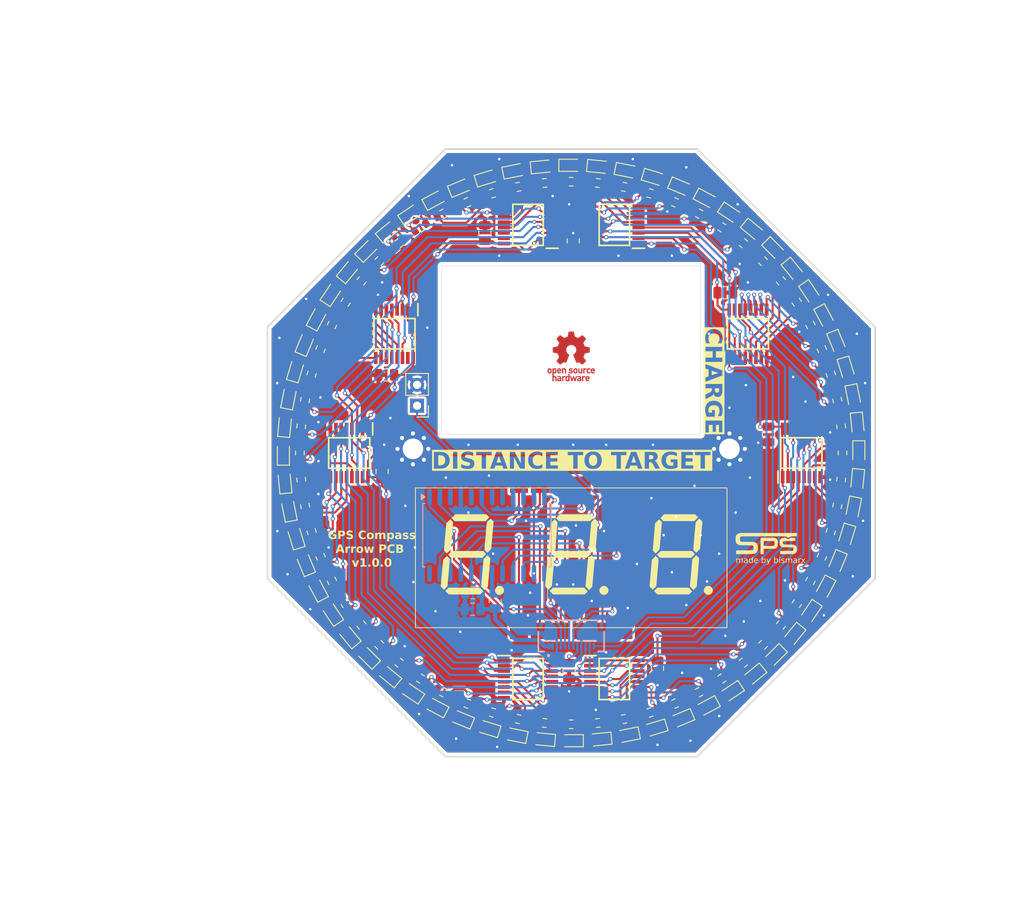
<source format=kicad_pcb>
(kicad_pcb (version 20241229) (generator "pcbnew") (generator_version "9.0")
  (layers (0 "F.Cu" signal) (2 "B.Cu" signal) (13 "F.Paste" user) (15 "B.Paste" user) (5 "F.SilkS" user "F.Silkscreen") (7 "B.SilkS" user "B.Silkscreen") (1 "F.Mask" user) (3 "B.Mask" user) (25 "Edge.Cuts" user))
  (net 0 "")
  (net 1 "Net-(D1-A)")
  (net 2 "Net-(D2-A)")
  (net 3 "+5V")
  (net 4 "GND")
  (net 5 "Net-(U2-ISET)")
  (net 6 "/SEG_DP")
  (net 7 "/SEG_B")
  (net 8 "/SEG_C")
  (net 9 "/SEG_G")
  (net 10 "/SEG_F")
  (net 11 "/DIG_1")
  (net 12 "/DIG_3")
  (net 13 "/SEG_E")
  (net 14 "/SEG_A")
  (net 15 "/SEG_D")
  (net 16 "/DIG_2")
  (net 23 "Net-(D3-A)")
  (net 24 "Net-(D4-A)")
  (net 25 "Net-(D5-A)")
  (net 26 "Net-(D6-A)")
  (net 27 "Net-(D7-A)")
  (net 28 "Net-(D8-A)")
  (net 29 "Net-(D9-A)")
  (net 30 "Net-(D10-A)")
  (net 31 "Net-(D11-A)")
  (net 32 "Net-(D12-A)")
  (net 33 "Net-(D13-A)")
  (net 34 "Net-(D14-A)")
  (net 35 "Net-(D15-A)")
  (net 36 "Net-(D16-A)")
  (net 37 "Net-(D17-A)")
  (net 38 "Net-(D18-A)")
  (net 39 "Net-(D19-A)")
  (net 40 "Net-(D20-A)")
  (net 41 "Net-(D21-A)")
  (net 42 "Net-(D22-A)")
  (net 43 "Net-(D23-A)")
  (net 44 "Net-(D24-A)")
  (net 45 "Net-(D25-A)")
  (net 46 "Net-(D26-A)")
  (net 47 "Net-(D27-A)")
  (net 48 "Net-(D28-A)")
  (net 49 "Net-(D29-A)")
  (net 50 "Net-(D30-A)")
  (net 51 "Net-(D31-A)")
  (net 52 "Net-(D32-A)")
  (net 53 "Net-(D33-A)")
  (net 54 "Net-(D34-A)")
  (net 55 "Net-(D35-A)")
  (net 56 "Net-(D36-A)")
  (net 57 "Net-(D37-A)")
  (net 58 "Net-(D38-A)")
  (net 59 "Net-(D39-A)")
  (net 60 "Net-(D40-A)")
  (net 61 "Net-(D41-A)")
  (net 62 "Net-(D42-A)")
  (net 63 "Net-(D43-A)")
  (net 64 "Net-(D44-A)")
  (net 65 "Net-(D45-A)")
  (net 66 "Net-(D46-A)")
  (net 67 "Net-(D47-A)")
  (net 68 "Net-(D48-A)")
  (net 69 "Net-(D49-A)")
  (net 70 "Net-(D50-A)")
  (net 71 "Net-(D51-A)")
  (net 72 "Net-(D52-A)")
  (net 73 "Net-(D53-A)")
  (net 74 "Net-(D54-A)")
  (net 75 "Net-(D55-A)")
  (net 76 "Net-(D56-A)")
  (net 77 "Net-(D57-A)")
  (net 78 "Net-(D58-A)")
  (net 79 "Net-(D59-A)")
  (net 80 "Net-(D60-A)")
  (net 81 "Net-(D61-A)")
  (net 82 "Net-(D62-A)")
  (net 83 "Net-(D63-A)")
  (net 84 "Net-(D64-A)")
  (net 85 "/LED_1")
  (net 86 "/LED_3")
  (net 87 "/LED_8")
  (net 88 "+3V3")
  (net 89 "/SIOUT_1")
  (net 90 "/LED_7")
  (net 91 "/LED_5")
  (net 92 "/LED_4")
  (net 94 "/LED_2")
  (net 95 "/LED_6")
  (net 96 "/LED_12")
  (net 97 "/LED_13")
  (net 98 "/LED_10")
  (net 100 "/LED_15")
  (net 101 "/SIOUT_2")
  (net 102 "/LED_9")
  (net 103 "/LED_16")
  (net 104 "/LED_14")
  (net 105 "/LED_11")
  (net 106 "/LED_22")
  (net 108 "/LED_24")
  (net 109 "/LED_18")
  (net 110 "/LED_21")
  (net 111 "/LED_23")
  (net 112 "/LED_19")
  (net 113 "/LED_20")
  (net 114 "/SIOUT_3")
  (net 115 "/LED_17")
  (net 116 "/LED_31")
  (net 117 "/LED_32")
  (net 118 "/LED_29")
  (net 119 "/LED_27")
  (net 120 "/SIOUT_4")
  (net 121 "/LED_25")
  (net 123 "/LED_26")
  (net 124 "/LED_30")
  (net 125 "/LED_28")
  (net 126 "/LED_40")
  (net 127 "/LED_37")
  (net 128 "/LED_38")
  (net 129 "/LED_36")
  (net 130 "/LED_35")
  (net 131 "/LED_34")
  (net 132 "/LED_39")
  (net 133 "/LED_33")
  (net 134 "/SIOUT_5")
  (net 136 "/LED_42")
  (net 137 "/LED_48")
  (net 138 "/LED_44")
  (net 139 "/LED_45")
  (net 140 "/SIOUT_6")
  (net 142 "/LED_47")
  (net 143 "/LED_43")
  (net 144 "/LED_41")
  (net 145 "/LED_46")
  (net 146 "/LED_51")
  (net 147 "/LED_56")
  (net 148 "/LED_49")
  (net 149 "/SIOUT_7")
  (net 150 "/LED_50")
  (net 151 "/LED_53")
  (net 152 "/LED_55")
  (net 153 "/LED_54")
  (net 155 "/LED_52")
  (net 156 "/LED_58")
  (net 158 "/LED_64")
  (net 159 "/LED_57")
  (net 160 "/LED_62")
  (net 161 "/LED_61")
  (net 163 "/LED_60")
  (net 164 "/LED_63")
  (net 165 "/LED_59")
  (net 168 "VBATT")
  (net 169 "/CLK_SPI")
  (net 170 "/MOSI_SPI")
  (net 171 "/SI_SR")
  (net 172 "/~{CS}_SPI")
  (net 173 "/LATCH_SR")
  (net 174 "/CLK_SR")
  (footprint "LED_SMD:LED_0603_1608Metric" (layer "F.Cu") (at 145.1 71)
    (property "Reference" "D1" (hide yes))
    (property "Value" "LED_Small" (hide yes))
  )
  (footprint "LED_SMD:LED_0603_1608Metric" (layer "F.Cu") (at 114.232755 89.501114 61.875)
    (property "Reference" "D54" (hide yes))
    (property "Value" "LED_Small" (hide yes))
  )
  (footprint "LED_SMD:LED_0603_1608Metric" (layer "F.Cu") (at 158.49392 73.664216 -22.5)
    (property "Reference" "D5" (hide yes))
    (property "Value" "LED_Small" (hide yes))
  )
  (footprint "LED_SMD:LED_0603_1608Metric" (layer "F.Cu") (at 167.303764 133.055365 -140.625)
    (property "Reference" "D26" (hide yes))
    (property "Value" "LED_Small" (hide yes))
  )
  (footprint "LED_SMD:LED_0603_1608Metric" (layer "F.Cu") (at 151.928161 140.327484 -168.75)
    (property "Reference" "D31" (hide yes))
    (property "Value" "LED_Small" (hide yes))
  )
  (footprint "Resistor_SMD:R_0603_1608Metric" (layer "F.Cu") (at 151.549417 138.362418 -168.75)
    (property "Reference" "R31" (hide yes))
    (property "Value" "220" (hide yes))
  )
  (footprint "MountingHole:MountingHole_2.5mm_Pad_Via" (layer "F.Cu") (at 164.361437 105.496503)
    (property "Reference" "H1" (hide yes))
    (property "Value" "M2.5" (hide yes))
  )
  (footprint "gps-compass_brd:OSK3056A-LR" (layer "F.Cu") (at 145.111437 118.746503)
    (property "Reference" "U1" (hide yes))
    (property "Value" "OSK3056A-LR" (hide yes))
  )
  (footprint "Resistor_SMD:R_0603_1608Metric" (layer "F.Cu") (at 151.549417 73.630589 -11.25)
    (property "Reference" "R3" (hide yes))
    (property "Value" "220" (hide yes))
  )
  (footprint "gps-compass_brd:SOP65P640X120-16N" (layer "F.Cu") (at 150.361437 78.246503 180)
    (property "Reference" "IC1" (hide yes))
    (property "Value" "74VHC9595FT" (hide yes))
  )
  (footprint "LED_SMD:LED_0603_1608Metric" (layer "F.Cu") (at 122.896235 133.055365 140.625)
    (property "Reference" "D40" (hide yes))
    (property "Value" "LED_Small" (hide yes))
  )
  (footprint "LED_SMD:LED_0603_1608Metric" (layer "F.Cu") (at 112.764216 119.39392 112.5)
    (property "Reference" "D45" (hide yes))
    (property "Value" "LED_Small" (hide yes))
  )
  (footprint "Resistor_SMD:R_0603_1608Metric" (layer "F.Cu") (at 121.776913 82.66198 45)
    (property "Reference" "R57" (hide yes))
    (property "Value" "220" (hide yes))
  )
  (footprint "Resistor_SMD:R_0603_1608Metric" (layer "F.Cu") (at 177.477351 99.558523 -78.75)
    (property "Reference" "R15" (hide yes))
    (property "Value" "220" (hide yes))
  )
  (footprint "Resistor_SMD:R_0603_1608Metric" (layer "F.Cu") (at 172.549934 87.662686 -56.25)
    (property "Reference" "R11" (hide yes))
    (property "Value" "220" (hide yes))
  )
  (footprint "Capacitor_SMD:C_0805_2012Metric" (layer "F.Cu") (at 145.361437 80.196503 -90)
    (property "Reference" "C1" (hide yes))
    (property "Value" "100n" (hide yes))
  )
  (footprint "Capacitor_SMD:C_0805_2012Metric" (layer "F.Cu") (at 155.611437 132.196503 90)
    (property "Reference" "C4" (hide yes))
    (property "Value" "100n" (hide yes))
  )
  (footprint "LED_SMD:LED_0603_1608Metric" (layer "F.Cu") (at 122.896235 78.944634 39.375)
    (property "Reference" "D58" (hide yes))
    (property "Value" "LED_Small" (hide yes))
  )
  (footprint "Resistor_SMD:R_0603_1608Metric" (layer "F.Cu") (at 145.111437 138.996503 180)
    (property "Reference" "R33" (hide yes))
    (property "Value" "220" (hide yes))
  )
  (footprint "LED_SMD:LED_0603_1608Metric" (layer "F.Cu") (at 155.259963 72.507088 -16.875)
    (property "Reference" "D4" (hide yes))
    (property "Value" "LED_Small" (hide yes))
  )
  (footprint "Resistor_SMD:R_0603_1608Metric" (layer "F.Cu") (at 177.952532 109.231069 -95.625)
    (property "Reference" "R18" (hide yes))
    (property "Value" "220" (hide yes))
  )
  (footprint "Resistor_SMD:R_0603_1608Metric" (layer "F.Cu") (at 119.602092 85.061525 50.625)
    (property "Reference" "R56" (hide yes))
    (property "Value" "220" (hide yes))
  )
  (footprint "Resistor_SMD:R_0603_1608Metric" (layer "F.Cu") (at 126.777619 133.435001 146.25)
    (property "Reference" "R39" (hide yes))
    (property "Value" "220" (hide yes))
  )
  (footprint "LED_SMD:LED_0603_1608Metric" (layer "F.Cu") (at 169.848737 130.748737 -135)
    (property "Reference" "D25" (hide yes))
    (property "Value" "LED_Small" (hide yes))
  )
  (footprint "Capacitor_SMD:C_0805_2012Metric" (layer "F.Cu") (at 134.611437 79.246503 -90)
    (property "Reference" "C8" (hide yes))
    (property "Value" "100n" (hide yes))
  )
  (footprint "Resistor_SMD:R_0603_1608Metric" (layer "F.Cu") (at 163.445254 133.435001 -146.25)
    (property "Reference" "R27" (hide yes))
    (property "Value" "220" (hide yes))
  )
  (footprint "LED_SMD:LED_0603_1608Metric" (layer "F.Cu") (at 118.044634 128.203764 129.375)
    (property "Reference" "D42" (hide yes))
    (property "Value" "LED_Small" (hide yes))
  )
  (footprint "Resistor_SMD:R_0603_1608Metric" (layer "F.Cu") (at 129.555344 135.099905 151.875)
    (property "Reference" "R38" (hide yes))
    (property "Value" "220" (hide yes))
  )
  (footprint "Capacitor_SMD:C_0805_2012Metric" (layer "F.Cu") (at 144.861437 132.496503 90)
    (property "Reference" "C5" (hide yes))
    (property "Value" "100n" (hide yes))
  )
  (footprint "LED_SMD:LED_0603_1608Metric" (layer "F.Cu") (at 167.303764 78.944634 -39.375)
    (property "Reference" "D8" (hide yes))
    (property "Value" "LED_Small" (hide yes))
  )
  (footprint "LED_SMD:LED_0603_1608Metric" (layer "F.Cu") (at 138.271838 71.672515 11.25)
    (property "Reference" "D63" (hide yes))
    (property "Value" "LED_Small" (hide yes))
  )
  (footprint "LED_SMD:LED_0603_1608Metric" (layer "F.Cu") (at 134.940036 139.492911 163.125)
    (property "Reference" "D36" (hide yes))
    (property "Value" "LED_Small" (hide yes))
  )
  (footprint "LED_SMD:LED_0603_1608Metric" (layer "F.Cu") (at 180.1 106 -90)
    (property "Reference" "D17" (hide yes))
    (property "Value" "LED_Small" (hide yes))
  )
  (footprint "LED_SMD:LED_0603_1608Metric" (layer "F.Cu") (at 110.268534 102.5694 84.375)
    (property "Reference" "D50" (hide yes))
    (property "Value" "LED_Small" (hide yes))
  )
  (footprint "Resistor_SMD:R_0603_1608Metric" (layer "F.Cu") (at 166.046415 80.487159 -39.375)
    (property "Reference" "R8" (hide yes))
    (property "Value" "220" (hide yes))
  )
  (footprint "LED_SMD:LED_0603_1608Metric" (layer "F.Cu") (at 125.655041 76.898563 33.75)
    (property "Reference" "D59" (hide yes))
    (property "Value" "LED_Small" (hide yes))
  )
  (footprint "Resistor_SMD:R_0603_1608Metric" (layer "F.Cu") (at 114.623412 93.36795 67.5)
    (property "Reference" "R53" (hide yes))
    (property "Value" "220" (hide yes))
  )
  (footprint "LED_SMD:LED_0603_1608Metric" (layer "F.Cu") (at 114.232755 122.498885 118.125)
    (property "Reference" "D44" (hide yes))
    (property "Value" "LED_Small" (hide yes))
  )
  (footprint "LED_SMD:LED_0603_1608Metric" (layer "F.Cu") (at 118.044634 83.796235 50.625)
    (property "Reference" "D56" (hide yes))
    (property "Value" "LED_Small" (hide yes))
  )
  (footprint "LED_SMD:LED_0603_1608Metric" (layer "F.Cu") (at 164.544958 76.898563 -33.75)
    (property "Reference" "D7" (hide yes))
    (property "Value" "LED_Small" (hide yes))
  )
  (footprint "Resistor_SMD:R_0603_1608Metric" (layer "F.Cu") (at 175.599461 118.625057 -112.5)
    (property "Reference" "R21" (hide yes))
    (property "Value" "220" (hide yes))
  )
  (footprint "LED_SMD:LED_0603_1608Metric" (layer "F.Cu") (at 120.351262 81.251262 45)
    (property "Reference" "D57" (hide yes))
    (property "Value" "LED_Small" (hide yes))
  )
  (footprint "Resistor_SMD:R_0603_1608Metric" (layer "F.Cu") (at 117.672939 124.330321 123.75)
    (property "Reference" "R43" (hide yes))
    (property "Value" "220" (hide yes))
  )
  (footprint "Resistor_SMD:R_0603_1608Metric" (layer "F.Cu") (at 168.44596 129.331027 -135)
    (property "Reference" "R25" (hide yes))
    (property "Value" "220" (hide yes))
  )
  (footprint "MountingHole:MountingHole_2.5mm_Pad_Via" (layer "F.Cu") (at 125.861437 105.496503)
    (property "Reference" "H2" (hide yes))
    (property "Value" "M2.5" (hide yes))
  )
  (footprint "Resistor_SMD:R_0603_1608Metric" (layer "F.Cu") (at 166.046415 131.505848 -140.625)
    (property "Reference" "R26" (hide yes))
    (property "Value" "220" (hide yes))
  )
  (footprint "Resistor_SMD:R_0603_1608Metric" (layer "F.Cu") (at 119.602092 126.931482 129.375)
    (property "Reference" "R42" (hide yes))
    (property "Value" "220" (hide yes))
  )
  (footprint "Resistor_SMD:R_0603_1608Metric" (layer "F.Cu") (at 135.532042 137.575535 163.125)
    (property "Reference" "R36" (hide yes))
    (property "Value" "220" (hide yes))
  )
  (footprint "LED_SMD:LED_0603_1608Metric" (layer "F.Cu") (at 169.848737 81.251262 -45)
    (property "Reference" "D9" (hide yes))
    (property "Value" "LED_Small" (hide yes))
  )
  (footprint "Resistor_SMD:R_0603_1608Metric" (layer "F.Cu") (at 124.176458 131.505848 140.625)
    (property "Reference" "R40" (hide yes))
    (property "Value" "220" (hide yes))
  )
  (footprint "LED_SMD:LED_0603_1608Metric" (layer "F.Cu") (at 131.706079 73.664216 22.5)
    (property "Reference" "D61" (hide yes))
    (property "Value" "LED_Small" (hide yes))
  )
  (footprint "Resistor_SMD:R_0603_1608Metric" (layer "F.Cu") (at 112.270341 102.761938 84.375)
    (property "Reference" "R50" (hide yes))
    (property "Value" "220" (hide yes))
  )
  (footprint "Resistor_SMD:R_0603_1608Metric" (layer "F.Cu") (at 176.690468 96.417109 -73.125)
    (property "Reference" "R14" (hide yes))
    (property "Value" "220" (hide yes))
  )
  (footprint "Resistor_SMD:R_0603_1608Metric" (layer "F.Cu") (at 124.176458 80.487159 39.375)
    (property "Reference" "R58" (hide yes))
    (property "Value" "220" (hide yes))
  )
  (footprint "LED_SMD:LED_0603_1608Metric" (layer "F.Cu") (at 174.201436 86.555041 -56.25)
    (property "Reference" "D11" (hide yes))
    (property "Value" "LED_Small" (hide yes))
  )
  (footprint "LED_SMD:LED_0603_1608Metric" (layer "F.Cu") (at 178.592911 95.840036 -73.125)
    (property "Reference" "D14" (hide yes))
    (property "Value" "LED_Small" (hide yes))
  )
  (footprint "Resistor_SMD:R_0603_1608Metric" (layer "F.Cu") (at 116.008035 121.552596 118.125)
    (property "Reference" "R44" (hide yes))
    (property "Value" "220" (hide yes))
  )
  (footprint "Resistor_SMD:R_0603_1608Metric" (layer "F.Cu") (at 135.532042 74.417472 16.875)
    (property "Reference" "R62" (hide yes))
    (property "Value" "220" (hide yes))
  )
  (footprint "Resistor_SMD:R_0603_1608Metric" (layer "F.Cu") (at 177.477351 112.434484 -101.25)
    (property "Reference" "R19" (hide yes))
    (property "Value" "220" (hide yes))
  )
  (footprint "gps-compass_brd:SOP65P640X120-16N" (layer "F.Cu") (at 173.111437 105.996503 90)
    (property "Reference" "IC3" (hide yes))
    (property "Value" "74VHC9595FT" (hide yes))
  )
  (footprint "LED_SMD:LED_0603_1608Metric" (layer "F.Cu") (at 134.940036 72.507088 16.875)
    (property "Reference" "D62" (hide yes))
    (property "Value" "LED_Small" (hide yes))
  )
  (footprint "LED_SMD:LED_0603_1608Metric" (layer "F.Cu") (at 174.201436 125.444958 -123.75)
    (property "Reference" "D23" (hide yes))
    (property "Value" "LED_Small" (hide yes))
  )
  (footprint "LED_SMD:LED_0603_1608Metric" (layer "F.Cu") (at 141.6694 140.831465 174.375)
    (property "Reference" "D34" (hide yes))
    (property "Value" "LED_Small" (hide yes))
  )
  (footprint "LED_SMD:LED_0603_1608Metric" (layer "F.Cu") (at 110.1 106 90)
    (property "Reference" "D49" (hide yes))
    (property "Value" "LED_Small" (hide yes))
  )
  (footprint "LED_SMD:LED_0603_1608Metric" (layer "F.Cu") (at 164.544958 135.101436 -146.25)
    (property "Reference" "D27" (hide yes))
    (property "Value" "LED_Small" (hide yes))
  )
  (footprint "Resistor_SMD:R_0603_1608Metric" (layer "F.Cu") (at 163.445254 78.558006 -33.75)
    (property "Reference" "R7" (hide yes))
    (property "Value" "220" (hide yes))
  )
  (footprint "Resistor_SMD:R_0603_1608Metric" (layer "F.Cu") (at 141.876871 73.155408 5.625)
    (property "Reference" "R64" (hide yes))
    (property "Value" "220" (hide yes))
  )
  (footprint "Capacitor_SMD:C_0805_2012Metric" (layer "F.Cu") (at 169.111437 103.746503 90)
    (property "Reference" "C3" (hide yes))
    (property "Value" "100n" (hide yes))
  )
  (footprint "LED_SMD:LED_0603_1608Metric" (layer "F.Cu") (at 110.268534 109.430599 95.625)
    (property "Reference" "D48" (hide yes))
    (property "Value" "LED_Small" (hide yes))
  )
  (footprint "Resistor_SMD:R_0603_1608Metric" (layer "F.Cu") (at 132.482883 75.508479 22.5)
    (property "Reference" "R61" (hide yes))
    (property "Value" "220" (hide yes))
  )
  (footprint "Resistor_SMD:R_0603_1608Metric" (layer "F.Cu") (at 176.690468 115.575898 -106.875)
    (property "Reference" "R20" (hide yes))
    (property "Value" "220" (hide yes))
  )
  (footprint "Resistor_SMD:R_0603_1608Metric" (layer "F.Cu") (at 148.346002 73.155408 -5.625)
    (property "Reference" "R2" (hide yes))
    (property "Value" "220" (hide yes))
  )
  (footprint "LED_SMD:LED_0603_1608Metric" (layer "F.Cu") (at 141.6694 71.168534 5.625)
    (property "Reference" "D64" (hide yes))
    (property "Value" "LED_Small" (hide yes))
  )
  (footprint "LED_SMD:LED_0603_1608Metric" (layer "F.Cu") (at 115.998563 86.555041 56.25)
    (property "Reference" "D55" (hide yes))
    (property "Value" "LED_Small" (hide yes))
  )
  (footprint "Resistor_SMD:R_0603_1608Metric" (layer "F.Cu") (at 170.620781 85.061525 -50.625)
    (property "Reference" "R10" (hide yes))
    (property "Value" "220" (hide yes))
  )
  (footprint "Resistor_SMD:R_0603_1608Metric" (layer "F.Cu") (at 177.952532 102.761938 -84.375)
    (property "Reference" "R16" (hide yes))
    (property "Value" "220" (hide yes))
  )
  (footprint "LED_SMD:LED_0603_1608Metric" (layer "F.Cu") (at 177.435783 92.606079 -67.5)
    (property "Reference" "D13" (hide yes))
    (property "Value" "LED_Small" (hide yes))
  )
  (footprint "Resistor_SMD:R_0603_1608Metric" (layer "F.Cu") (at 145.111437 72.996503)
    (property "Reference" "R1" (hide yes))
    (property "Value" "220" (hide yes))
  )
  (footprint "Resistor_SMD:R_0603_1608Metric" (layer "F.Cu") (at 141.876871 138.837599 174.375)
    (property "Reference" "R34" (hide yes))
    (property "Value" "220" (hide yes))
  )
  (footprint "LED_SMD:LED_0603_1608Metric" (layer "F.Cu") (at 151.928161 71.672515 -11.25)
    (property "Reference" "D3" (hide yes))
    (property "Value" "LED_Small" (hide yes))
  )
  (footprint "Resistor_SMD:R_0603_1608Metric" (layer "F.Cu") (at 148.346002 138.837599 -174.375)
    (property "Reference" "R32" (hide yes))
    (property "Value" "220" (hide yes))
  )
  (footprint "LED_SMD:LED_0603_1608Metric" (layer "F.Cu") (at 175.967244 122.498885 -118.125)
    (property "Reference" "D22" (hide yes))
    (property "Value" "LED_Small" (hide yes))
  )
  (footprint "gps-compass_brd:SOP65P640X120-16N" (layer "F.Cu") (at 118.111437 105.996503 -90)
    (property "Reference" "IC6" (hide yes))
    (property "Value" "74VHC9595FT" (hide yes))
  )
  (footprint "Resistor_SMD:R_0603_1608Metric" (layer "F.Cu") (at 112.745522 112.434484 101.25)
    (property "Reference" "R47" (hide yes))
    (property "Value" "220" (hide yes))
  )
  (footprint "Resistor_SMD:R_0603_1608Metric" (layer "F.Cu") (at 112.745522 99.558523 78.75)
    (property "Reference" "R51" (hide yes))
    (property "Value" "220" (hide yes))
  )
  (footprint "Resistor_SMD:R_0603_1608Metric" (layer "F.Cu") (at 117.672939 87.662686 56.25)
    (property "Reference" "R55" (hide yes))
    (property "Value" "220" (hide yes))
  )
  (footprint "LED_SMD:LED_0603_1608Metric" (layer "F.Cu") (at 155.259963 139.492911 -163.125)
    (property "Reference" "D30" (hide yes))
    (property "Value" "LED_Small" (hide yes))
  )
  (footprint "LED_SMD:LED_0603_1608Metric" (layer "F.Cu") (at 158.49392 138.335783 -157.5)
    (property "Reference" "D29" (hide yes))
    (property "Value" "LED_Small" (hide yes))
  )
  (footprint "LED_SMD:LED_0603_1608Metric" (layer "F.Cu") (at 179.931465 109.430599 -95.625)
    (property "Reference" "D18" (hide yes))
    (property "Value" "LED_Small" (hide yes))
  )
  (footprint "LED_SMD:LED_0603_1608Metric" (layer "F.Cu") (at 172.155365 83.796235 -50.625)
    (property "Reference" "D10" (hide yes))
    (property "Value" "LED_Small" (hide yes))
  )
  (footprint "LED_SMD:LED_0603_1608Metric" (layer "F.Cu") (at 177.435783 119.39392 -112.5)
    (property "Reference" "D21" (hide yes))
    (property "Value" "LED_Small" (hide yes))
  )
  (footprint "Resistor_SMD:R_0603_1608Metric" (layer "F.Cu") (at 114.623412 118.625057 112.5)
    (property "Reference" "R45" (hide yes))
    (property "Value" "220" (hide yes))
  )
  (footprint "Capacitor_SMD:C_0805_2012Metric" (layer "F.Cu") (at 163.861437 86.496503 180)
    (property "Reference" "C2" (hide yes))
    (property "Value" "100n" (hide yes))
  )
  (footprint "Capacitor_SMD:C_0805_2012Metric" (layer "F.Cu") (at 122.111437 108.246503 -90)
    (property "Reference" "C6" (hide yes))
    (property "Value" "100n" (hide yes))
  )
  (footprint "LED_SMD:LED_0603_1608Metric" (layer "F.Cu") (at 179.931465 102.5694 -84.375)
    (property "Reference" "D16" (hide yes))
    (property "Value" "LED_Small" (hide yes))
  )
  (footprint "gps-compass_brd:SOP65P640X120-16N" (layer "F.Cu") (at 123.611437 91.496503 -90)
    (property "Reference" "IC7" (hide yes))
    (property "Value" "74VHC9595FT" (hide yes))
  )
  (footprint "LED_SMD:LED_0603_1608Metric" (layer "F.Cu") (at 175.967244 89.501114 -61.875)
    (property "Reference" "D12" (hide yes))
    (property "Value" "LED_Small" (hide yes))
  )
  (footprint "gps-compass_brd:SOP65P640X120-16N" (layer "F.Cu") (at 150.361437 133.496503)
    (property "Reference" "IC4" (hide yes))
    (property "Value" "74VHC9595FT" (hide yes))
  )
  (footprint "Resistor_SMD:R_0603_1608Metric" (layer "F.Cu") (at 168.44596 82.66198 -45)
    (property "Reference" "R9" (hide yes))
    (property "Value" "220" (hide yes))
  )
  (footprint "LED_SMD:LED_0603_1608Metric" (layer "F.Cu") (at 128.601114 136.867244 151.875)
    (property "Reference" "D38" (hide yes))
    (property "Value" "LED_Small" (hide yes))
  )
  (footprint "LED_SMD:LED_0603_1608Metric" (layer "F.Cu") (at 148.530599 71.168534 -5.625)
    (property "Reference" "D2" (hide yes))
    (property "Value" "LED_Small" (hide yes))
  )
  (footprint "LED_SMD:LED_0603_1608Metric" (layer "F.Cu") (at 111.607088 95.840036 73.125)
    (property "Reference" "D52" (hide yes))
    (property "Value" "LED_Small" (hide yes))
  )
  (footprint "Resistor_SMD:R_0603_1608Metric" (layer "F.Cu") (at 157.73999 136.484528 -157.5)
    (property "Reference" "R29" (hide yes))
    (property "Value" "220" (hide yes))
  )
  (footprint "Resistor_SMD:R_0603_1608Metric" (layer "F.Cu") (at 157.73999 75.508479 -22.5)
    (property "Reference" "R5" (hide yes))
    (property "Value" "220" (hide yes))
  )
  (footprint "LED_SMD:LED_0603_1608Metric" (layer "F.Cu") (at 178.592911 116.159963 -106.875)
    (property "Reference" "D20" (hide yes))
    (property "Value" "LED_Small" (hide yes))
  )
  (footprint "LED_SMD:LED_0603_1608Metric" (layer "F.Cu") (at 110.772515 112.828161 101.25)
    (property "Reference" "D47" (hide yes))
    (property "Value" "LED_Small" (hide yes))
  )
  (footprint "Resistor_SMD:R_0603_1608Metric" (layer "F.Cu") (at 174.214838 90.440411 -61.875)
    (property "Reference" "R12" (hide yes))
    (property "Value" "220" (hide yes))
  )
  (footprint "LED_SMD:LED_0603_1608Metric" (layer "F.Cu") (at 111.607088 116.159963 106.875)
    (property "Reference" "D46" (hide yes))
    (property "Value" "LED_Small" (hide yes))
  )
  (footprint "LED_SMD:LED_0603_1608Metric" (layer "F.Cu") (at 120.351262 130.748737 135)
    (property "Reference" "D41" (hide yes))
    (property "Value" "LED_Small" (hide yes))
  )
  (footprint "Resistor_SMD:R_0603_1608Metric" (layer "F.Cu") (at 172.549934 124.330321 -123.75)
    (property "Reference" "R23" (hide yes))
    (property "Value" "220" (hide yes))
  )
  (footprint "Resistor_SMD:R_0603_1608Metric" (layer "F.Cu") (at 112.111437 105.996504 90)
    (property "Reference" "R49" (hide yes))
    (property "Value" "220" (hide yes))
  )
  (footprint "Resistor_SMD:R_0603_1608Metric" (layer "F.Cu") (at 154.690831 137.575535 -163.125)
    (property "Reference" "R30" (hide yes))
    (property "Value" "220" (hide yes))
  )
  (footprint "Resistor_SMD:R_0603_1608Metric" (layer "F.Cu") (at 129.555344 76.893102 28.125)
    (property "Reference" "R60" (hide yes))
    (property "Value" "220" (hide yes))
  )
  (footprint "gps-compass_brd:SOP65P640X120-16N" (layer "F.Cu") (at 139.861437 78.246503 180)
    (property "Reference" "IC8" (hide yes))
    (property "Value" "74VHC9595FT" (hide yes))
  )
  (footprint "Resistor_SMD:R_0603_1608Metric" (layer "F.Cu") (at 121.776913 129.331027 135)
    (property "Reference" "R41" (hide yes))
    (property "Value" "220" (hide yes))
  )
  (footprint "gps-compass_brd:SOP65P640X120-16N" (layer "F.Cu") (at 166.611437 91.496503 90)
    (property "Reference" "IC2" (hide yes))
    (property "Value" "74VHC9595FT" (hide yes))
  )
  (footprint "LED_SMD:LED_0603_1608Metric" (layer "F.Cu") (at 161.598885 75.132755 -28.125)
    (property "Reference" "D6" (hide yes))
    (property "Value" "LED_Small" (hide yes))
  )
  (footprint "Connector_PinHeader_2.54mm:PinHeader_1x02_P2.54mm_Vertical" (layer "F.Cu") (at 126.361437 100.246503 180)
    (property "Reference" "J2" (hide yes))
    (property "Value" "INDICATOR" (hide yes))
  )
  (footprint "Resistor_SMD:R_0603_1608Metric" (layer "F.Cu") (at 126.777619 78.558006 33.75)
    (property "Reference" "R59" (hide yes))
    (property "Value" "220" (hide yes))
  )
  (footprint "Resistor_SMD:R_0603_1608Metric" (layer "F.Cu") (at 170.620781 126.931482 -129.375)
    (property "Reference" "R24" (hide yes))
    (property "Value" "220" (hide yes))
  )
  (footprint "Resistor_SMD:R_0603_1608Metric" (layer "F.Cu") (at 154.690831 74.417472 -16.875)
    (property "Reference" "R4" (hide yes))
    (property "Value" "220" (hide yes))
  )
  (footprint "LED_SMD:LED_0603_1608Metric" (layer "F.Cu") (at 148.530599 140.831465 -174.375)
    (property "Reference" "D32" (hide yes))
    (property "Value" "LED_Small" (hide yes))
  )
  (footprint "LED_SMD:LED_0603_1608Metric" (layer "F.Cu") (at 115.998563 125.444958 123.75)
    (property "Reference" "D43" (hide yes))
    (property "Value" "LED_Small" (hide yes))
  )
  (footprint "Resistor_SMD:R_0603_1608Metric" (layer "F.Cu") (at 113.532405 96.417109 73.125)
    (property "Reference" "R52" (hide yes))
    (property "Value" "220" (hide yes))
  )
  (footprint "LED_SMD:LED_0603_1608Metric" (layer "F.Cu") (at 131.706079 138.335783 157.5)
    (property "Reference" "D37" (hide yes))
    (property "Value" "LED_Small" (hide yes))
  )
  (footprint "Resistor_SMD:R_0603_1608Metric" (layer "F.Cu") (at 132.482883 136.484528 157.5)
    (property "Reference" "R37" (hide yes))
    (property "Value" "220" (hide yes))
  )
  (footprint "LED_SMD:LED_0603_1608Metric" (layer "F.Cu") (at 138.271838 140.327484 168.75)
    (property "Reference" "D35" (hide yes))
    (property "Value" "LED_Small" (hide yes))
  )
  (footprint "LED_SMD:LED_0603_1608Metric" (layer "F.Cu") (at 125.655041 135.101436 146.25)
    (property "Reference" "D39" (hide yes))
    (property "Value" "LED_Small" (hide yes))
  )
  (footprint "Resistor_SMD:R_0603_1608Metric" (layer "F.Cu") (at 113.532405 115.575898 106.875)
    (property "Reference" "R46" (hide yes))
    (property "Value" "220" (hide yes))
  )
  (footprint "Symbol:OSHW-Logo_5.7x6mm_Copper" (layer "F.Cu") (at 145.111437 94.246503)
    (property "Reference" "REF**" (hide yes))
    (property "Value" "OSHW-Logo_5.7x6mm_Copper" (hide yes))
  )
  (footprint "Resistor_SMD:R_0603_1608Metric" (layer "F.Cu") (at 138.673456 138.362418 168.75)
    (property "Reference" "R35" (hide yes))
    (property "Value" "220" (hide yes))
  )
  (footprint "Resistor_SMD:R_0603_1608Metric" (layer "F.Cu") (at 174.214838 121.552596 -118.125)
    (property "Reference" "R22" (hide yes))
    (property "Value" "220" (hide yes))
  )
  (footprint "Capacitor_SMD:C_0805_2012Metric" (layer "F.Cu") (at 122.611437 96.496503)
    (property "Reference" "C7" (hide yes))
    (property "Value" "100n" (hide yes))
  )
  (footprint "LED_SMD:LED_0603_1608Metric" (layer "F.Cu") (at 161.598885 136.867244 -151.875)
    (property "Reference" "D28" (hide yes))
    (property "Value" "LED_Small" (hide yes))
  )
  (footprint "LED_SMD:LED_0603_1608Metric" (layer "F.Cu") (at 112.764216 92.606079 67.5)
    (property "Reference" "D53" (hide yes))
    (property "Value" "LED_Small" (hide yes))
  )
  (footprint "LED_SMD:LED_0603_1608Metric" (layer "F.Cu") (at 145.1 141 180)
    (property "Reference" "D33" (hide yes))
    (property "Value" "LED_Small" (hide yes))
  )
  (footprint "Resistor_SMD:R_0603_1608Metric" (layer "F.Cu") (at 175.599461 93.36795 -67.5)
    (property "Reference" "R13" (hide yes))
    (property "Value" "220" (hide yes))
  )
  (footprint "Resistor_SMD:R_0603_1608Metric" (layer "F.Cu") (at 112.270341 109.231069 95.625)
    (property "Reference" "R48" (hide yes))
    (property "Value" "220" (hide yes))
  )
  (footprint "LED_SMD:LED_0603_1608Metric" (layer "F.Cu") (at 110.772515 99.171838 78.75)
    (property "Reference" "D51" (hide yes))
    (property "Value" "LED_Small" (hide yes))
  )
  (footprint "sumec_graphic:SPS_LOGO_IMG" (layer "F.Cu") (at 168.611437 116.746503)
    (property "Reference" "G***" (hide yes))
    (property "Value" "LOGO" (hide yes))
  )
  (footprint "Resistor_SMD:R_0603_1608Metric" (layer "F.Cu") (at 138.673456 73.630589 11.25)
    (property "Reference" "R63" (hide yes))
    (property "Value" "220" (hide yes))
  )
  (footprint "LED_SMD:LED_0603_1608Metric" (layer "F.Cu") (at 179.427484 99.171838 -78.75)
    (property "Reference" "D15" (hide yes))
    (property "Value" "LED_Small" (hide yes))
  )
  (footprint "LED_SMD:LED_0603_1608Metric" (layer "F.Cu") (at 179.427484 112.828161 -101.25)
    (property "Reference" "D19" (hide yes))
    (property "Value" "LED_Small" (hide yes))
  )
  (footprint "gps-compass_brd:SOP65P640X120-16N" (layer "F.Cu") (at 139.861437 133.496503)
    (property "Reference" "IC5" (hide yes))
    (property "Value" "74VHC9595FT" (hide yes))
  )
  (footprint "Resistor_SMD:R_0603_1608Metric" (layer "F.Cu") (at 116.008035 90.440411 61.875)
    (property "Reference" "R54" (hide yes))
    (property "Value" "220" (hide yes))
  )
  (footprint "Resistor_SMD:R_0603_1608Metric" (layer "F.Cu") (at 160.667529 76.893102 -28.125)
    (property "Reference" "R6" (hide yes))
    (property "Value" "220" (hide yes))
  )
  (footprint "Resistor_SMD:R_0603_1608Metric" (layer "F.Cu") (at 160.667529 135.099905 -151.875)
    (property "Reference" "R28" (hide yes))
    (property "Value" "220" (hide yes))
  )
  (footprint "Resistor_SMD:R_0603_1608Metric" (layer "F.Cu") (at 178.111437 105.996503 -90)
    (property "Reference" "R17" (hide yes))
    (property "Value" "220" (hide yes))
  )
  (footprint "LED_SMD:LED_0603_1608Metric" (layer "F.Cu") (at 128.601114 75.132755 28.125)
    (property "Reference" "D60" (hide yes))
    (property "Value" "LED_Small" (hide yes))
  )
  (footprint "LED_SMD:LED_0603_1608Metric" (layer "F.Cu") (at 172.155365 128.203764 -129.375)
    (property "Reference" "D24" (hide yes))
    (property "Value" "LED_Small" (hide yes))
  )
  (footprint "Capacitor_SMD:C_0805_2012Metric" (layer "B.Cu") (at 133.161437 122.996503)
    (property "Reference" "C9" (hide yes))
    (property "Value" "10u" (hide yes))
  )
  (footprint "gps-compass_brd:GCT_FFC2B28-12-G" (layer "B.Cu") (at 145.111437 128.246503)
    (property "Reference" "J1" (hide yes))
    (property "Value" "FFC2B28-12-G" (hide yes))
  )
  (footprint "Capacitor_SMD:C_0805_2012Metric" (layer "B.Cu") (at 133.111437 124.996503)
    (property "Reference" "C10" (hide yes))
    (property "Value" "100n" (hide yes))
  )
  (footprint "Resistor_SMD:R_0805_2012Metric" (layer "B.Cu") (at 135.861437 123.996503 90)
    (property "Reference" "R65" (hide yes))
    (property "Value" "10k" (hide yes))
  )
  (footprint "Package_SO:SOP-24_7.5x15.4mm_P1.27mm" (layer "B.Cu") (at 134.861437 115.996503 -90)
    (property "Reference" "U2" (hide yes))
    (property "Value" "MAX7219" (hide yes))
  )
  (gr_rect (start 129.361437 83.246503) (end 160.861437 103.746503) (stroke (width 0.05)) (fill no) (layer "Edge.Cuts"))
  (gr_line (start 129.817662 69.024999) (end 108.169818 90.672843) (stroke (width 0.2)) (layer "Edge.Cuts"))
  (gr_line (start 182.080181 121.287518) (end 182.080181 90.672844) (stroke (width 0.2)) (layer "Edge.Cuts"))
  (gr_line (start 160.432336 142.935362) (end 182.080181 121.287518) (stroke (width 0.2)) (layer "Edge.Cuts"))
  (gr_line (start 182.080181 90.672844) (end 160.432337 69.025) (stroke (width 0.2)) (layer "Edge.Cuts"))
  (gr_line (start 108.169818 90.672843) (end 108.169818 121.287518) (stroke (width 0.2)) (layer "Edge.Cuts"))
  (gr_line (start 129.817662 142.935362) (end 160.432336 142.935362) (stroke (width 0.2)) (layer "Edge.Cuts"))
  (gr_line (start 160.432337 69.025) (end 129.817662 69.024999) (stroke (width 0.2)) (layer "Edge.Cuts"))
  (gr_line (start 108.169818 121.287518) (end 129.817662 142.935362) (stroke (width 0.2)) (layer "Edge.Cuts"))
  (gr_text "GPS Compass\nArrow PCB \nv1.0.0" (at 120.861437 119.996503 0) (layer "F.SilkS") (effects (font (size 1 1) (thickness 0.2) (bold yes)) (justify bottom)))
  (gr_text "DISTANCE TO TARGET" (at 145.111437 108.246503 0) (layer "F.SilkS" knockout) (effects (font (size 2 2) (thickness 0.4) (bold yes)) (justify bottom)))
  (gr_text "made by bismarx" (at 165.111437 119.496503 0) (layer "F.SilkS") (effects (font (size 0.7 0.7) (thickness 0.1)) (justify left bottom)))
  (gr_text "CHARGE" (at 161.111437 97.246503 270) (layer "F.SilkS" knockout) (effects (font (size 2 2) (thickness 0.4) (bold yes)) (justify bottom)))
  (segment (start 145.936437 72.996503) (end 145.8875 71) (width 0.25) (layer "F.Cu") (net 1))
  (segment (start 149.167029 73.236272) (end 149.314307 71.245722) (width 0.25) (layer "F.Cu") (net 2))
  (segment (start 141.861437 129.496503) (end 142.361437 129.496503) (width 0.5) (layer "B.Cu") (net 3))
  (segment (start 135.861437 126.246503) (end 138.361437 128.746503) (width 0.5) (layer "B.Cu") (net 3))
  (segment (start 134.226437 120.646503) (end 134.226437 124.831503) (width 0.5) (layer "B.Cu") (net 3))
  (segment (start 135.861437 124.909003) (end 135.861437 126.246503) (width 0.5) (layer "B.Cu") (net 3))
  (segment (start 142.361437 129.496503) (end 142.760437 129.496503) (width 0.5) (layer "B.Cu") (net 3))
  (segment (start 138.361437 128.746503) (end 141.111437 128.746503) (width 0.5) (layer "B.Cu") (net 3))
  (segment (start 135.976437 125.009003) (end 134.263937 125.009003) (width 0.5) (layer "B.Cu") (net 3))
  (segment (start 141.111437 128.746503) (end 141.861437 129.496503) (width 0.5) (layer "B.Cu") (net 3))
  (segment (start 135.886437 135.771503) (end 134.861437 134.746503) (width 0.25) (layer "F.Cu") (net 4))
  (segment (start 121.336437 87.021503) (end 121.611437 86.746503) (width 0.2) (layer "F.Cu") (net 4))
  (segment (start 166.061437 85.246503) (end 166.611437 85.246503) (width 0.25) (layer "F.Cu") (net 4))
  (segment (start 120.673437 88.558503) (end 119.861437 87.746503) (width 0.2) (layer "F.Cu") (net 4))
  (segment (start 155.248814 76.63388) (end 154.586437 75.971503) (width 0.25) (layer "F.Cu") (net 4))
  (segment (start 136.923437 135.771503) (end 135.886437 135.771503) (width 0.25) (layer "F.Cu") (net 4))
  (segment (start 154.586437 75.971503) (end 153.299437 75.971503) (width 0.25) (layer "F.Cu") (net 4))
  (segment (start 121.336437 88.558503) (end 120.673437 88.558503) (width 0.2) (layer "F.Cu") (net 4))
  (segment (start 121.336437 88.558503) (end 121.336437 87.021503) (width 0.2) (layer "F.Cu") (net 4))
  (segment (start 164.811437 86.496503) (end 166.061437 85.246503) (width 0.25) (layer "F.Cu") (net 4))
  (segment (start 156.803603 76.63388) (end 155.248814 76.63388) (width 0.25) (layer "F.Cu") (net 4))
  (via (at 155.057139 104.996503) (size 0.5) (drill 0.3) (layers "F.Cu" "B.Cu") (net 4))
  (via (at 159.611437 140.996503) (size 0.5) (drill 0.3) (layers "F.Cu" "B.Cu") (net 4))
  (via (at 159.111437 124.496503) (size 0.5) (drill 0.3) (layers "F.Cu" "B.Cu") (net 4))
  (via (at 157.361437 81.996503) (size 0.5) (drill 0.3) (layers "F.Cu" "B.Cu") (net 4))
  (via (at 157.361437 120.496503) (size 0.5) (drill 0.3) (layers "F.Cu" "B.Cu") (net 4))
  (via (at 165.111437 113.246503) (size 0.5) (drill 0.3) (layers "F.Cu" "B.Cu") (net 4))
  (via (at 130.611437 70.996503) (size 0.5) (drill 0.3) (layers "F.Cu" "B.Cu") (net 4))
  (via (at 139.611437 114.246503) (size 0.5) (drill 0.3) (layers "F.Cu" "B.Cu") (net 4))
  (via (at 125.925308 121.695613) (size 0.5) (drill 0.3) (layers "F.Cu" "B.Cu") (net 4))
  (via (at 128.611437 125.246503) (size 0.5) (drill 0.3) (layers "F.Cu" "B.Cu") (net 4))
  (via (at 163.111437 118.246503) (size 0.5) (drill 0.3) (layers "F.Cu" "B.Cu") (net 4))
  (via (at 173.611437 99.746503) (size 0.5) (drill 0.3) (layers "F.Cu" "B.Cu") (net 4))
  (via (at 166.111437 126.496503) (size 0.5) (drill 0.3) (layers "F.Cu" "B.Cu") (net 4))
  (via (at 132.611437 104.996503) (size 0.5) (drill 0.3) (layers "F.Cu" "B.Cu") (net 4))
  (via (at 180.861437 97.496503) (size 0.5) (drill 0.3) (layers "F.Cu" "B.Cu") (net 4))
  (via (at 163.111437 137.996503) (size 0.5) (drill 0.3) (layers "F.Cu" "B.Cu") (net 4))
  (via (at 153.111437 119.496503) (size 0.5) (drill 0.3) (layers "F.Cu" "B.Cu") (net 4))
  (via (at 113.361437 124.996503) (size 0.5) (drill 0.3) (layers "F.Cu" "B.Cu") (net 4))
  (via (at 176.611437 103.496503) (size 0.5) (drill 0.3) (layers "F.Cu" "B.Cu") (net 4))
  (via (at 179.361437 120.996503) (size 0.5) (drill 0.3) (layers "F.Cu" "B.Cu") (net 4))
  (via (at 172.861437 91.246503) (size 0.5) (drill 0.3) (layers "F.Cu" "B.Cu") (net 4))
  (via (at 179.861437 91.496503) (size 0.5) (drill 0.3) (layers "F.Cu" "B.Cu") (net 4))
  (via (at 132.611437 113.246503) (size 0.5) (drill 0.3) (layers "F.Cu" "B.Cu") (net 4))
  (via (at 166.861437 108.996503) (size 0.5) (drill 0.3) (layers "F.Cu" "B.Cu") (net 4))
  (via (at 131.611437 127.746503) (size 0.5) (drill 0.3) (layers "F.Cu" "B.Cu") (net 4))
  (via (at 125.361437 74.746503) (size 0.5) (drill 0.3) (layers "F.Cu" "B.Cu") (net 4))
  (via (at 127.611437 90.746503) (size 0.5) (drill 0.3) (layers "F.Cu" "B.Cu") (net 4))
  (via (at 159.861437 105.746503) (size 0.5) (drill 0.3) (layers "F.Cu" "B.Cu") (net 4))
  (via (at 143.361437 121.996503) (size 0.5) (drill 0.3) (layers "F.Cu" "B.Cu") (net 4))
  (via (at 122.111437 85.246503) (size 0.5) (drill 0.3) (layers "F.Cu" "B.Cu") (net 4))
  (via (at 149.361437 130.246503) (size 0.5) (drill 0.3) (layers "F.Cu" "B.Cu") (net 4))
  (via (at 126.611437 137.746503) (size 0.5) (drill 0.3) (layers "F.Cu" "B.Cu") (net 4))
  (via (at 145.361437 121.996503) (size 0.5) (drill 0.3) (layers "F.Cu" "B.Cu") (net 4))
  (via (at 145.361437 104.996503) (size 0.5) (drill 0.3) (layers "F.Cu" "B.Cu") (net 4))
  (via (at 139.861437 125.746503) (size 0.5) (drill 0.3) (layers "F.Cu" "B.Cu") (net 4))
  (via (at 152.611437 70.246503) (size 0.5) (drill 0.3) (layers "F.Cu" "B.Cu") (net 4))
  (via (at 124.945666 112.421362) (size 0.5) (drill 0.3) (layers "F.Cu" "B.Cu") (net 4))
  (via (at 109.361437 115.496503) (size 0.5) (drill 0.3) (layers "F.Cu" "B.Cu") (net 4))
  (via (at 122.361437 104.996503) (size 0.5) (drill 0.3) (layers "F.Cu" "B.Cu") (net 4))
  (via (at 115.611437 117.496503) (size 0.5) (drill 0.3) (layers "F.Cu" "B.Cu") (net 4))
  (via (at 165.611437 82.996503) (size 0.5) (drill 0.3) (layers "F.Cu" "B.Cu") (net 4))
  (via (at 136.361437 81.996503) (size 0.5) (drill 0.3) (layers "F.Cu" "B.Cu") (net 4))
  (via (at 123.111437 101.746503) (size 0.5) (drill 0.3) (layers "F.Cu" "B.Cu") (net 4))
  (via (at 114.361437 106.996503) (size 0.5) (drill 0.3) (layers "F.Cu" "B.Cu") (net 4))
  (via (at 150.861437 81.996503) (size 0.5) (drill 0.3) (layers "F.Cu" "B.Cu") (net 4))
  (via (at 109.611437 91.996503) (size 0.5) (drill 0.3) (layers "F.Cu" "B.Cu") (net 4))
  (via (at 161.861437 91.496503) (size 0.5) (drill 0.3) (layers "F.Cu" "B.Cu") (net 4))
  (via (at 135.611437 118.246503) (size 0.5) (drill 0.3) (layers "F.Cu" "B.Cu") (net 4))
  (via (at 140.111437 122.996503) (size 0.5) (drill 0.3) (layers "F.Cu" "B.Cu") (net 4))
  (via (at 156.803603 76.63388) (size 0.5) (drill 0.3) (layers "F.Cu" "B.Cu") (net 4))
  (via (at 109.361437 97.496503) (size 0.5) (drill 0.3) (layers "F.Cu" "B.Cu") (net 4))
  (via (at 160.861437 115.996503) (size 0.5) (drill 0.3) (layers "F.Cu" "B.Cu") (net 4))
  (via (at 149.111437 115.496503) (size 0.5) (drill 0.3) (layers "F.Cu" "B.Cu") (net 4))
  (via (at 129.861437 108.996503) (size 0.5) (drill 0.3) (layers "F.Cu" "B.Cu") (net 4))
  (via (at 145.690915 114.81277) (size 0.5) (drill 0.3) (layers "F.Cu" "B.Cu") (net 4))
  (via (at 135.111437 108.746503) (size 0.5) (drill 0.3) (layers "F.Cu" "B.Cu") (net 4))
  (via (at 149.361437 104.996503) (size 0.5) (drill 0.3) (layers "F.Cu" "B.Cu") (net 4))
  (via (at 147.611437 123.996503) (size 0.5) (drill 0.3) (layers "F.Cu" "B.Cu") (net 4))
  (via (at 166.611437 85.246503) (size 0.5) (drill 0.3) (layers "F.Cu" "B.Cu") (net 4))
  (via (at 163.861437 128.246503) (size 0.5) (drill 0.3) (layers "F.Cu" "B.Cu") (net 4))
  (via (at 114.361437 110.996503) (size 0.5) (drill 0.3) (layers "F.Cu" "B.Cu") (net 4))
  (via (at 175.861437 125.746503) (size 0.5) (drill 0.3) (layers "F.Cu" "B.Cu") (net 4))
  (via (at 144.861437 134.996503) (size 0.5) (drill 0.3) (layers "F.Cu" "B.Cu") (net 4))
  (via (at 157.875058 113.749809) (size 0.5) (drill 0.3) (layers "F.Cu" "B.Cu") (net 4))
  (via (at 159.111437 71.246503) (size 0.5) (drill 0.3) (layers "F.Cu" "B.Cu") (net 4))
  (via (at 162.111437 132.246503) (size 0.5) (drill 0.3) (layers "F.Cu" "B.Cu") (net 4))
  (via (at 156.361437 115.996503) (size 0.5) (drill 0.3) (layers "F.Cu" "B.Cu") (net 4))
  (via (at 136.111437 141.746503) (size 0.5) (drill 0.3) (layers "F.Cu" "B.Cu") (net 4))
  (via (at 161.633332 121.628503) (size 0.5) (drill 0.3) (layers "F.Cu" "B.Cu") (net 4))
  (via (at 138.611437 104.996503) (size 0.5) (drill 0.3) (layers "F.Cu" "B.Cu") (net 4))
  (via (at 114.611437 99.246503) (size 0.5) (drill 0.3) (layers "F.Cu" "B.Cu") (net 4))
  (via (at 142.861437 74.746503) (size 0.5) (drill 0.3) (layers "F.Cu" "B.Cu") (net 4))
  (via (at 124.861437 129.496503) (size 0.5) (drill 0.3) (layers "F.Cu" "B.Cu") (net 4))
  (via (at 168.111437 123.996503) (size 0.5) (drill 0.3) (layers "F.Cu" "B.Cu") (net 4))
  (via (at 136.361437 70.246503) (size 0.5) (drill 0.3) (layers "F.Cu" "B.Cu") (net 4))
  (via (at 176.611437 109.246503) (size 0.5) (drill 0.3) (layers "F.Cu" "B.Cu") (net 4))
  (via (at 112.861437 87.246503) (size 0.5) (drill 0.3) (layers "F.Cu" "B.Cu") (net 4))
  (via (at 121.611437 86.746503) (size 0.5) (drill 0.3) (layers "F.Cu" "B.Cu") (net 4))
  (via (at 180.611437 114.246503) (size 0.5) (drill 0.3) (layers "F.Cu" "B.Cu") (net 4))
  (via (at 158.611437 132.746503) (size 0.5) (drill 0.3) (layers "F.Cu" "B.Cu") (net 4))
  (via (at 126.111437 117.496503) (size 0.5) (drill 0.3) (layers "F.Cu" "B.Cu") (net 4))
  (via (at 164.361437 100.496503) (size 0.5) (drill 0.3) (layers "F.Cu" "B.Cu") (net 4))
  (via (at 176.361437 86.746503) (size 0.5) (drill 0.3) (layers "F.Cu" "B.Cu") (net 4))
  (via (at 166.361437 97.746503) (size 0.5) (drill 0.3) (layers "F.Cu" "B.Cu") (net 4))
  (via (at 131.111437 140.746503) (size 0.5) (drill 0.3) (layers "F.Cu" "B.Cu") (net 4))
  (via (at 137.861437 129.996503) (size 0.5) (drill 0.3) (layers "F.Cu" "B.Cu") (net 4))
  (via (at 148.111437 137.246503) (size 0.5) (drill 0.3) (layers "F.Cu" "B.Cu") (net 4))
  (via (at 167.861437 104.746503) (size 0.5) (drill 0.3) (layers "F.Cu" "B.Cu") (net 4))
  (via (at 145.361437 79.246503) (size 0.5) (drill 0.3) (layers "F.Cu" "B.Cu") (net 4))
  (via (at 154.861437 111.496503) (size 0.5) (drill 0.3) (layers "F.Cu" "B.Cu") (net 4))
  (via (at 155.611437 141.496503) (size 0.5) (drill 0.3) (layers "F.Cu" "B.Cu") (net 4))
  (via (at 144.861437 75.746503) (size 0.5) (drill 0.3) (layers "F.Cu" "B.Cu") (net 4))
  (via (at 171.111437 121.496503) (size 0.5) (drill 0.3) (layers "F.Cu" "B.Cu") (net 4))
  (via (at 160.111437 109.996503) (size 0.5) (drill 0.3) (layers "F.Cu" "B.Cu") (net 4))
  (via (at 151.997685 124.86046) (size 0.5) (drill 0.3) (layers "F.Cu" "B.Cu") (net 4))
  (via (at 172.111437 96.746503) (size 0.5) (drill 0.3) (layers "F.Cu" "B.Cu") (net 4))
  (via (at 165.361437 75.746503) (size 0.5) (drill 0.3) (layers "F.Cu" "B.Cu") (net 4))
  (via (at 155.611437 134.246503) (size 0.5) (drill 0.3) (layers "F.Cu" "B.Cu") (net 4))
  (via (at 110.611437 120.746503) (size 0.5) (drill 0.3) (layers "F.Cu" "B.Cu") (net 4))
  (via (at 114.361437 102.246503) (size 0.5) (drill 0.3) (layers "F.Cu" "B.Cu") (net 4))
  (segment (start 143.361437 130.246503) (end 143.337437 130.222503) (width 0.25) (layer "B.Cu") (net 4))
  (segment (start 143.361437 128.496503) (end 142.861437 127.996503) (width 0.25) (layer "B.Cu") (net 4))
  (segment (start 143.361437 129.496503) (end 143.361437 128.496503) (width 0.25) (layer "B.Cu") (net 4))
  (segment (start 146.361437 129.496503) (end 146.361437 130.746503) (width 0.25) (layer "B.Cu") (net 4))
  (segment (start 143.361437 129.496503) (end 143.361437 130.246503) (width 0.25) (layer "B.Cu") (net 4))
  (segment (start 143.361437 130.246503) (end 143.361437 130.746503) (width 0.25) (layer "B.Cu") (net 4))
  (segment (start 146.361437 129.496503) (end 146.361437 128.246503) (width 0.25) (layer "B.Cu") (net 4))
  (segment (start 135.496437 120.646503) (end 135.496437 122.719003) (width 0.5) (layer "B.Cu") (net 5))
  (segment (start 135.496437 122.719003) (end 135.861437 123.084003) (width 0.5) (layer "B.Cu") (net 5))
  (segment (start 144.361437 124.496503) (end 143.841437 125.016503) (width 0.25) (layer "F.Cu") (net 6))
  (segment (start 143.841437 125.016503) (end 143.841437 127.636503) (width 0.25) (layer "F.Cu") (net 6))
  (segment (start 144.361437 115.496503) (end 144.361437 124.496503) (width 0.25) (layer "F.Cu") (net 6))
  (via (at 144.361437 115.496503) (size 0.5) (drill 0.3) (layers "F.Cu" "B.Cu") (net 6))
  (segment (start 133.611437 115.496503) (end 130.416437 118.691503) (width 0.25) (layer "B.Cu") (net 6))
  (segment (start 144.361437 115.496503) (end 133.611437 115.496503) (width 0.25) (layer "B.Cu") (net 6))
  (segment (start 130.416437 118.691503) (end 130.416437 120.646503) (width 0.25) (layer "B.Cu") (net 6))
  (segment (start 150.611437 118.496503) (end 150.611437 116.246503) (width 0.25) (layer "F.Cu") (net 7))
  (segment (start 150.611437 116.246503) (end 151.461437 115.396503) (width 0.25) (layer "F.Cu") (net 7))
  (segment (start 151.461437 115.396503) (end 151.461437 109.856503) (width 0.25) (layer "F.Cu") (net 7))
  (via (at 150.611437 118.496503) (size 0.5) (drill 0.3) (layers "F.Cu" "B.Cu") (net 7))
  (segment (start 150.611437 118.496503) (end 138.861437 118.496503) (width 0.25) (layer "B.Cu") (net 7))
  (segment (start 138.036437 119.321503) (end 138.036437 120.646503) (width 0.25) (layer "B.Cu") (net 7))
  (segment (start 138.861437 118.496503) (end 138.036437 119.321503) (width 0.25) (layer "B.Cu") (net 7))
  (segment (start 146.381437 117.766503) (end 146.381437 127.636503) (width 0.25) (layer "F.Cu") (net 8))
  (segment (start 146.111437 116.996503) (end 146.111437 117.496503) (width 0.25) (layer "F.Cu") (net 8))
  (segment (start 146.111437 117.496503) (end 146.381437 117.766503) (width 0.25) (layer "F.Cu") (net 8))
  (via (at 146.111437 116.996503) (size 0.5) (drill 0.3) (layers "F.Cu" "B.Cu") (net 8))
  (segment (start 132.956437 118.651503) (end 132.956437 120.646503) (width 0.25) (layer "B.Cu") (net 8))
  (segment (start 146.111437 116.996503) (end 134.611437 116.996503) (width 0.25) (layer "B.Cu") (net 8))
  (segment (start 134.611437 116.996503) (end 132.956437 118.651503) (width 0.25) (layer "B.Cu") (net 8))
  (segment (start 148.921437 122.556503) (end 148.921437 127.636503) (width 0.25) (layer "F.Cu") (net 9))
  (segment (start 147.611437 117.746503) (end 147.611437 121.246503) (width 0.25) (layer "F.Cu") (net 9))
  (segment (start 147.611437 121.246503) (end 148.921437 122.556503) (width 0.25) (layer "F.Cu") (net 9))
  (via (at 147.611437 117.746503) (size 0.5) (drill 0.3) (layers "F.Cu" "B.Cu") (net 9))
  (segment (start 138.111437 117.746503) (end 136.766437 119.091503) (width 0.25) (layer "B.Cu") (net 9))
  (segment (start 136.766437 119.091503) (end 136.766437 120.646503) (width 0.25) (layer "B.Cu") (net 9))
  (segment (start 147.611437 117.746503) (end 138.111437 117.746503) (width 0.25) (layer "B.Cu") (net 9))
  (segment (start 143.841437 112.811503) (end 143.361437 113.291503) (width 0.25) (layer "F.Cu") (net 10))
  (segment (start 143.361437 113.291503) (end 143.361437 119.246503) (width 0.25) (layer "F.Cu") (net 10))
  (segment (start 143.841437 109.856503) (end 143.841437 112.811503) (width 0.25) (layer "F.Cu") (net 10))
  (via (at 143.361437 119.246503) (size 0.5) (drill 0.3) (layers "F.Cu" "B.Cu") (net 10))
  (segment (start 139.306437 119.551503) (end 139.306437 120.646503) (width 0.25) (layer "B.Cu") (net 10))
  (segment (start 143.361437 119.246503) (end 139.611437 119.246503) (width 0.25) (layer "B.Cu") (net 10))
  (segment (start 139.611437 119.246503) (end 139.306437 119.551503) (width 0.25) (layer "B.Cu") (net 10))
  (segment (start 137.861437 114.246503) (end 138.761437 113.346503) (width 0.25) (layer "F.Cu") (net 11))
  (segment (start 138.761437 113.346503) (end 138.761437 109.856503) (width 0.25) (layer "F.Cu") (net 11))
  (via (at 137.861437 114.246503) (size 0.5) (drill 0.3) (layers "F.Cu" "B.Cu") (net 11))
  (segment (start 137.861437 114.246503) (end 131.046438 114.246503) (width 0.25) (layer "B.Cu") (net 11))
  (segment (start 131.046438 114.246503) (end 129.146437 112.346502) (width 0.25) (layer "B.Cu") (net 11))
  (segment (start 129.146437 112.346502) (end 129.146437 111.346503) (width 0.25) (layer "B.Cu") (net 11))
  (segment (start 147.611437 113.496503) (end 147.611437 112.746503) (width 0.25) (layer "F.Cu") (net 12))
  (segment (start 147.611437 112.746503) (end 148.921437 111.436503) (width 0.25) (layer "F.Cu") (net 12))
  (segment (start 148.921437 111.436503) (end 148.921437 109.856503) (width 0.25) (layer "F.Cu") (net 12))
  (via (at 147.611437 113.496503) (size 0.5) (drill 0.3) (layers "F.Cu" "B.Cu") (net 12))
  (segment (start 135.376438 113.496503) (end 134.226437 112.346502) (width 0.25) (layer "B.Cu") (net 12))
  (segment (start 147.611437 113.496503) (end 135.376438 113.496503) (width 0.25) (layer "B.Cu") (net 12))
  (segment (start 134.226437 112.346502) (end 134.226437 111.346503) (width 0.25) (layer "B.Cu") (net 12))
  (segment (start 138.758206 116.246344) (end 138.758206 127.633272) (width 0.25) (layer "F.Cu") (net 13))
  (segment (start 138.758206 127.633272) (end 138.761437 127.636503) (width 0.25) (layer "F.Cu") (net 13))
  (via (at 138.758206 116.246344) (size 0.5) (drill 0.3) (layers "F.Cu" "B.Cu") (net 13))
  (segment (start 131.686437 118.671503) (end 131.686437 120.646503) (width 0.25) (layer "B.Cu") (net 13))
  (segment (start 134.111437 116.246503) (end 131.686437 118.671503) (width 0.25) (layer "B.Cu") (net 13))
  (segment (start 138.758047 116.246503) (end 134.111437 116.246503) (width 0.25) (layer "B.Cu") (net 13))
  (segment (start 138.758206 116.246344) (end 138.758047 116.246503) (width 0.25) (layer "B.Cu") (net 13))
  (segment (start 141.301437 109.856503) (end 141.301437 112.306503) (width 0.25) (layer "F.Cu") (net 14))
  (segment (start 141.301437 112.306503) (end 140.576437 113.031503) (width 0.25) (layer "F.Cu") (net 14))
  (segment (start 140.576437 113.031503) (end 140.576437 120.646503) (width 0.25) (layer "F.Cu") (net 14))
  (via (at 140.576437 120.646503) (size 0.5) (drill 0.3) (layers "F.Cu" "B.Cu") (net 14))
  (segment (start 141.361437 114.921503) (end 141.301437 114.981503) (width 0.25) (layer "F.Cu") (net 15))
  (segment (start 141.301437 114.981503) (end 141.301437 127.636503) (width 0.25) (layer "F.Cu") (net 15))
  (via (at 141.361437 114.921503) (size 0.5) (drill 0.3) (layers "F.Cu" "B.Cu") (net 15))
  (segment (start 132.867532 114.921503) (end 141.361437 114.921503) (width 0.25) (layer "B.Cu") (net 15))
  (segment (start 129.146437 118.642598) (end 132.867532 114.921503) (width 0.25) (layer "B.Cu") (net 15))
  (segment (start 129.146437 120.646503) (end 129.146437 118.642598) (width 0.25) (layer "B.Cu") (net 15))
  (segment (start 146.361437 112.746503) (end 146.381437 112.726503) (width 0.25) (layer "F.Cu") (net 16))
  (segment (start 146.381437 112.726503) (end 146.381437 109.856503) (width 0.25) (layer "F.Cu") (net 16))
  (via (at 146.361437 112.746503) (size 0.5) (drill 0.3) (layers "F.Cu" "B.Cu") (net 16))
  (segment (start 146.361437 112.746503) (end 140.976438 112.746503) (width 0.25) (layer "B.Cu") (net 16))
  (segment (start 140.976438 112.746503) (end 140.576437 112.346502) (width 0.25) (layer "B.Cu") (net 16))
  (segment (start 140.576437 112.346502) (end 140.576437 111.346503) (width 0.25) (layer "B.Cu") (net 16))
  (segment (start 152.358565 73.791539) (end 152.700529 71.826149) (width 0.25) (layer "F.Cu") (net 23))
  (segment (start 155.480307 74.656957) (end 156.013554 72.735687) (width 0.25) (layer "F.Cu") (net 24))
  (segment (start 158.502191 75.824193) (end 159.221475 73.965579) (width 0.25) (layer "F.Cu") (net 25))
  (segment (start 161.395114 77.282004) (end 162.293398 75.50398) (width 0.25) (layer "F.Cu") (net 26))
  (segment (start 164.131216 79.016351) (end 165.19974 77.336075) (width 0.25) (layer "F.Cu") (net 27))
  (segment (start 166.684149 81.010533) (end 167.91251 79.444219) (width 0.25) (layer "F.Cu") (net 28))
  (segment (start 169.029323 83.245343) (end 170.405584 81.808109) (width 0.25) (layer "F.Cu") (net 29))
  (segment (start 171.144155 85.699259) (end 172.65495 84.404981) (width 0.25) (layer "F.Cu") (net 30))
  (segment (start 173.008279 88.348648) (end 174.638948 87.209823) (width 0.25) (layer "F.Cu") (net 31))
  (segment (start 174.60374 91.167996) (end 176.338469 90.195627) (width 0.25) (layer "F.Cu") (net 32))
  (segment (start 175.915175 94.130151) (end 177.737146 93.333634) (width 0.25) (layer "F.Cu") (net 33))
  (segment (start 176.929953 97.206585) (end 178.82151 96.593627) (width 0.25) (layer "F.Cu") (net 34))
  (segment (start 177.638301 100.367671) (end 179.581118 99.944206) (width 0.25) (layer "F.Cu") (net 35))
  (segment (start 178.033396 103.582965) (end 180.008653 103.353108) (width 0.25) (layer "F.Cu") (net 36))
  (segment (start 178.111437 106.821503) (end 180.1 106.7875) (width 0.25) (layer "F.Cu") (net 37))
  (segment (start 177.871668 110.052096) (end 179.854277 110.214307) (width 0.25) (layer "F.Cu") (net 38))
  (segment (start 177.316401 113.243632) (end 179.27385 113.600529) (width 0.25) (layer "F.Cu") (net 39))
  (segment (start 176.450983 116.365374) (end 178.364312 116.913554) (width 0.25) (layer "F.Cu") (net 40))
  (segment (start 175.283747 119.387258) (end 177.13442 120.121475) (width 0.25) (layer "F.Cu") (net 41))
  (segment (start 173.825936 122.280181) (end 175.596019 123.193398) (width 0.25) (layer "F.Cu") (net 42))
  (segment (start 172.091589 125.016283) (end 173.763924 126.09974) (width 0.25) (layer "F.Cu") (net 43))
  (segment (start 170.097407 127.569216) (end 171.65578 128.81251) (width 0.25) (layer "F.Cu") (net 44))
  (segment (start 167.862597 129.91439) (end 169.29189 131.305584) (width 0.25) (layer "F.Cu") (net 45))
  (segment (start 165.408681 132.029222) (end 166.695018 133.55495) (width 0.25) (layer "F.Cu") (net 46))
  (segment (start 162.759292 133.893346) (end 163.890176 135.538948) (width 0.25) (layer "F.Cu") (net 47))
  (segment (start 159.939944 135.488807) (end 160.904372 137.238469) (width 0.25) (layer "F.Cu") (net 48))
  (segment (start 156.977789 136.800242) (end 157.766365 138.637146) (width 0.25) (layer "F.Cu") (net 49))
  (segment (start 153.901355 137.81502) (end 154.506372 139.72151) (width 0.25) (layer "F.Cu") (net 50))
  (segment (start 150.740269 138.523368) (end 151.155793 140.481118) (width 0.25) (layer "F.Cu") (net 51))
  (segment (start 147.524975 138.918463) (end 147.746891 140.908653) (width 0.25) (layer "F.Cu") (net 52))
  (segment (start 144.286437 138.996503) (end 144.3125 141) (width 0.25) (layer "F.Cu") (net 53))
  (segment (start 141.055844 138.756735) (end 140.885692 140.754277) (width 0.25) (layer "F.Cu") (net 54))
  (segment (start 137.864308 138.201468) (end 137.49947 140.17385) (width 0.25) (layer "F.Cu") (net 55))
  (segment (start 134.742566 137.33605) (end 134.186445 139.264312) (width 0.25) (layer "F.Cu") (net 56))
  (segment (start 131.720682 136.168814) (end 130.978524 138.03442) (width 0.25) (layer "F.Cu") (net 57))
  (segment (start 128.827759 134.711003) (end 127.906601 136.496019) (width 0.25) (layer "F.Cu") (net 58))
  (segment (start 126.091657 132.976656) (end 125.000259 134.663924) (width 0.25) (layer "F.Cu") (net 59))
  (segment (start 123.538724 130.982474) (end 122.287489 132.55578) (width 0.25) (layer "F.Cu") (net 60))
  (segment (start 121.19355 128.747664) (end 119.794415 130.19189) (width 0.25) (layer "F.Cu") (net 61))
  (segment (start 119.078718 126.293748) (end 117.545049 127.595018) (width 0.25) (layer "F.Cu") (net 62))
  (segment (start 117.214594 123.644359) (end 115.561051 124.790176) (width 0.25) (layer "F.Cu") (net 63))
  (segment (start 115.619133 120.825011) (end 113.86153 121.804372) (width 0.25) (layer "F.Cu") (net 64))
  (segment (start 114.307698 117.862856) (end 112.462853 118.666365) (width 0.25) (layer "F.Cu") (net 65))
  (segment (start 113.29292 114.786422) (end 111.378489 115.406372) (width 0.25) (layer "F.Cu") (net 66))
  (segment (start 112.584572 111.625336) (end 110.618881 112.055793) (width 0.25) (layer "F.Cu") (net 67))
  (segment (start 112.189477 108.410042) (end 110.191346 108.646891) (width 0.25) (layer "F.Cu") (net 68))
  (segment (start 112.111437 105.171504) (end 110.1 105.2125) (width 0.25) (layer "F.Cu") (net 69))
  (segment (start 112.351205 101.940911) (end 110.345722 101.785692) (width 0.25) (layer "F.Cu") (net 70))
  (segment (start 112.906472 98.749375) (end 110.926149 98.39947) (width 0.25) (layer "F.Cu") (net 71))
  (segment (start 113.77189 95.627633) (end 111.835687 95.086445) (width 0.25) (layer "F.Cu") (net 72))
  (segment (start 114.939126 92.605749) (end 113.065579 91.878524) (width 0.25) (layer "F.Cu") (net 73))
  (segment (start 116.396937 89.712826) (end 114.60398 88.806601) (width 0.25) (layer "F.Cu") (net 74))
  (segment (start 118.131284 86.976724) (end 116.436075 85.900259) (width 0.25) (layer "F.Cu") (net 75))
  (segment (start 120.125466 84.423791) (end 118.544219 83.187489) (width 0.25) (layer "F.Cu") (net 76))
  (segment (start 122.360276 82.078617) (end 120.908109 80.694415) (width 0.25) (layer "F.Cu") (net 77))
  (segment (start 124.814192 79.963785) (end 123.504981 78.445049) (width 0.25) (layer "F.Cu") (net 78))
  (segment (start 127.463581 78.099661) (end 126.309823 76.461051) (width 0.25) (layer "F.Cu") (net 79))
  (segment (start 130.282929 76.5042) (end 129.295627 74.76153) (width 0.25) (layer "F.Cu") (net 80))
  (segment (start 133.245084 75.192765) (end 132.433634 73.362853) (width 0.25) (layer "F.Cu") (net 81))
  (segment (start 136.321518 74.177987) (end 135.693627 72.278489) (width 0.25) (layer "F.Cu") (net 82))
  (segment (start 139.482604 73.469639) (end 139.044206 71.518881) (width 0.25) (layer "F.Cu") (net 83))
  (segment (start 142.697898 73.074544) (end 142.453108 71.091346) (width 0.25) (layer "F.Cu") (net 84))
  (segment (start 153.299437 77.921503) (end 151.286437 77.921503) (width 0.25) (layer "F.Cu") (net 85))
  (segment (start 144.286437 73.671503) (end 144.286437 72.996503) (width 0.25) (layer "F.Cu") (net 85))
  (segment (start 148.611437 75.246503) (end 145.861437 75.246503) (width 0.25) (layer "F.Cu") (net 85))
  (segment (start 151.286437 77.921503) (end 148.611437 75.246503) (width 0.25) (layer "F.Cu") (net 85))
  (segment (start 145.861437 75.246503) (end 144.286437 73.671503) (width 0.25) (layer "F.Cu") (net 85))
  (segment (start 152.311937 76.621503) (end 153.299437 76.621503) (width 0.25) (layer "F.Cu") (net 86))
  (segment (start 150.740269 73.469639) (end 150.740269 75.049835) (width 0.25) (layer "F.Cu") (net 86))
  (segment (start 150.740269 75.049835) (end 152.311937 76.621503) (width 0.25) (layer "F.Cu") (net 86))
  (segment (start 165.394155 79.963785) (end 165.408681 79.963785) (width 0.25) (layer "F.Cu") (net 87))
  (segment (start 164.111437 81.246503) (end 165.394155 79.963785) (width 0.25) (layer "F.Cu") (net 87))
  (segment (start 148.410817 78.571503) (end 147.423437 78.571503) (width 0.25) (layer "F.Cu") (net 87))
  (segment (start 149.861437 79.034003) (end 148.873317 79.034003) (width 0.25) (layer "F.Cu") (net 87))
  (segment (start 148.873317 79.034003) (end 148.410817 78.571503) (width 0.25) (layer "F.Cu") (net 87))
  (via (at 164.111437 81.246503) (size 0.5) (drill 0.3) (layers "F.Cu" "B.Cu") (net 87))
  (via (at 149.861437 79.034003) (size 0.5) (drill 0.3) (layers "F.Cu" "B.Cu") (net 87))
  (segment (start 163.361437 81.246503) (end 164.111437 81.246503) (width 0.25) (layer "B.Cu") (net 87))
  (segment (start 161.148937 79.034003) (end 163.361437 81.246503) (width 0.25) (layer "B.Cu") (net 87))
  (segment (start 149.861437 79.034003) (end 161.148937 79.034003) (width 0.25) (layer "B.Cu") (net 87))
  (segment (start 139.136437 131.221503) (end 139.611437 130.746503) (width 0.25) (layer "F.Cu") (net 88))
  (segment (start 136.948437 80.496503) (end 138.611437 80.496503) (width 0.25) (layer "F.Cu") (net 88))
  (segment (start 136.923437 131.221503) (end 139.136437 131.221503) (width 0.25) (layer "F.Cu") (net 88))
  (segment (start 121.849437 108.934503) (end 122.111437 109.196503) (width 0.25) (layer "F.Cu") (net 88))
  (segment (start 125.886437 87.046503) (end 125.936437 86.996503) (width 0.25) (layer "F.Cu") (net 88))
  (segment (start 170.836437 108.934503) (end 170.785437 108.883503) (width 0.25) (layer "F.Cu") (net 88))
  (segment (start 121.111437 104.746503) (end 121.111437 106.246503) (width 0.25) (layer "F.Cu") (net 88))
  (segment (start 123.643024 98.02809) (end 123.643024 96.57809) (width 0.25) (layer "F.Cu") (net 88))
  (segment (start 120.386437 103.058503) (end 120.386437 104.021503) (width 0.25) (layer "F.Cu") (net 88))
  (segment (start 153.299437 80.521503) (end 147.423437 80.521503) (width 0.25) (layer "F.Cu") (net 88))
  (segment (start 170.785437 103.109503) (end 170.836437 103.058503) (width 0.25) (layer "F.Cu") (net 88))
  (segment (start 142.799437 80.521503) (end 144.211437 80.521503) (width 0.25) (layer "F.Cu") (net 88))
  (segment (start 168.111437 102.796503) (end 169.111437 102.796503) (width 0.25) (layer "F.Cu") (net 88))
  (segment (start 141.836437 80.521503) (end 142.799437 80.521503) (width 0.25) (layer "F.Cu") (net 88))
  (segment (start 153.299437 131.221503) (end 155.586437 131.221503) (width 0.25) (layer "F.Cu") (net 88))
  (segment (start 120.386437 106.971503) (end 120.386437 108.934503) (width 0.25) (layer "F.Cu") (net 88))
  (segment (start 162.911437 86.496503) (end 162.911437 88.046503) (width 0.25) (layer "F.Cu") (net 88))
  (segment (start 125.886437 88.558503) (end 125.886437 89.521503) (width 0.25) (layer "F.Cu") (net 88))
  (segment (start 138.611437 80.496503) (end 139.361437 81.246503) (width 0.25) (layer "F.Cu") (net 88))
  (segment (start 142.799437 131.221503) (end 144.836437 131.221503) (width 0.25) (layer "F.Cu") (net 88))
  (segment (start 169.111437 102.796503) (end 170.811437 102.796503) (width 0.25) (layer "F.Cu") (net 88))
  (segment (start 136.898437 131.246503) (end 136.923437 131.221503) (width 0.25) (layer "F.Cu") (net 88))
  (segment (start 144.861437 130.746503) (end 144.861437 131.546503) (width 0.25) (layer "F.Cu") (net 88))
  (segment (start 170.785437 108.883503) (end 170.785437 103.109503) (width 0.25) (layer "F.Cu") (net 88))
  (segment (start 155.611437 128.246503) (end 155.611437 131.246503) (width 0.25) (layer "F.Cu") (net 88))
  (segment (start 170.811437 102.796503) (end 170.861437 102.746503) (width 0.25) (layer "F.Cu") (net 88))
  (segment (start 130.436437 80.246503) (end 135.561437 80.246503) (width 0.25) (layer "F.Cu") (net 88))
  (segment (start 123.561437 96.496503) (end 124.811937 96.496503) (width 0.25) (layer "F.Cu") (net 88))
  (segment (start 120.386437 101.771503) (end 120.386437 103.058503) (width 0.25) (layer "F.Cu") (net 88))
  (segment (start 162.861437 85.246503) (end 162.861437 86.446503) (width 0.25) (layer "F.Cu") (net 88))
  (segment (start 170.861437 103.033503) (end 170.836437 103.058503) (width 0.25) (layer "F.Cu") (net 88))
  (segment (start 135.836437 131.221503) (end 136.923437 131.221503) (width 0.25) (layer "F.Cu") (net 88))
  (segment (start 164.336437 95.721503) (end 164.361437 95.746503) (width 0.25) (layer "F.Cu") (net 88))
  (segment (start 141.111437 81.246503) (end 141.836437 80.521503) (width 0.25) (layer "F.Cu") (net 88))
  (segment (start 128.861437 81.821503) (end 130.436437 80.246503) (width 0.25) (layer "F.Cu") (net 88))
  (segment (start 124.811937 96.496503) (end 125.886437 95.422003) (width 0.25) (layer "F.Cu") (net 88))
  (segment (start 146.511437 80.521503) (end 147.423437 80.521503) (width 0.25) (layer "F.Cu") (net 88))
  (segment (start 120.386437 104.021503) (end 121.111437 104.746503) (width 0.25) (layer "F.Cu") (net 88))
  (segment (start 121.111437 106.246503) (end 120.386437 106.971503) (width 0.25) (layer "F.Cu") (net 88))
  (segment (start 125.886437 88.558503) (end 125.886437 87.046503) (width 0.25) (layer "F.Cu") (net 88))
  (segment (start 135.486437 130.871503) (end 135.836437 131.221503) (width 0.25) (layer "F.Cu") (net 88))
  (segment (start 164.336437 88.558503) (end 164.336437 94.434503) (width 0.25) (layer "F.Cu") (net 88))
  (segment (start 162.861437 86.446503) (end 162.911437 86.496503) (width 0.25) (layer "F.Cu") (net 88))
  (segment (start 162.911437 88.046503) (end 163.423437 88.558503) (width 0.25) (layer "F.Cu") (net 88))
  (segment (start 146.186437 80.846503) (end 146.511437 80.521503) (width 0.25) (layer "F.Cu") (net 88))
  (segment (start 120.736437 101.421503) (end 120.386437 101.771503) (width 0.25) (layer "F.Cu") (net 88))
  (segment (start 170.861437 102.746503) (end 170.861437 103.033503) (width 0.25) (layer "F.Cu") (net 88))
  (segment (start 171.111437 110.246503) (end 170.836437 109.971503) (width 0.25) (layer "F.Cu") (net 88))
  (segment (start 139.361437 81.246503) (end 141.111437 81.246503) (width 0.25) (layer "F.Cu") (net 88))
  (segment (start 170.836437 109.971503) (end 170.836437 108.934503) (width 0.25) (layer "F.Cu") (net 88))
  (segment (start 139.611437 130.746503) (end 141.361437 130.746503) (width 0.25) (layer "F.Cu") (net 88))
  (segment (start 154.861437 80.521503) (end 153.299437 80.521503) (width 0.25) (layer "F.Cu") (net 88))
  (segment (start 123.643024 96.57809) (end 123.561437 96.496503) (width 0.25) (layer "F.Cu") (net 88))
  (segment (start 125.886437 95.422003) (end 125.886437 94.434503) (width 0.25) (layer "F.Cu") (net 88))
  (segment (start 144.536437 80.846503) (end 145.361437 80.846503) (width 0.25) (layer "F.Cu") (net 88))
  (segment (start 141.361437 130.746503) (end 141.836437 131.221503) (width 0.25) (layer "F.Cu") (net 88))
  (segment (start 135.561437 80.246503) (end 135.836437 80.521503) (width 0.25) (layer "F.Cu") (net 88))
  (segment (start 126.361437 89.996503) (end 126.361437 92.771503) (width 0.25) (layer "F.Cu") (net 88))
  (segment (start 144.836437 131.221503) (end 145.111437 131.496503) (width 0.25) (layer "F.Cu") (net 88))
  (segment (start 136.923437 80.521503) (end 136.948437 80.496503) (width 0.25) (layer "F.Cu") (net 88))
  (segment (start 145.361437 80.846503) (end 146.186437 80.846503) (width 0.25) (layer "F.Cu") (net 88))
  (segment (start 164.328092 88.550158) (end 164.336437 88.558503) (width 0.25) (layer "F.Cu") (net 88))
  (segment (start 135.836437 80.521503) (end 136.923437 80.521503) (width 0.25) (layer "F.Cu") (net 88))
  (segment (start 141.836437 131.221503) (end 142.799437 131.221503) (width 0.25) (layer "F.Cu") (net 88))
  (segment (start 125.886437 93.246503) (end 125.886437 94.434503) (width 0.25) (layer "F.Cu") (net 88))
  (segment (start 122.611437 110.496503) (end 122.111437 109.996503) (width 0.25) (layer "F.Cu") (net 88))
  (segment (start 145.361437 80.846503) (end 145.361437 81.146503) (width 0.25) (layer "F.Cu") (net 88))
  (segment (start 164.328092 88.354382) (end 164.328092 88.550158) (width 0.25) (layer "F.Cu") (net 88))
  (segment (start 147.423437 131.221503) (end 153.299437 131.221503) (width 0.25) (layer "F.Cu") (net 88))
  (segment (start 144.211437 80.521503) (end 144.536437 80.846503) (width 0.25) (layer "F.Cu") (net 88))
  (segment (start 155.586437 131.221503) (end 155.611437 131.246503) (width 0.25) (layer "F.Cu") (net 88))
  (segment (start 125.886437 89.521503) (end 126.361437 89.996503) (width 0.25) (layer "F.Cu") (net 88))
  (segment (start 145.111437 131.496503) (end 145.386437 131.221503) (width 0.25) (layer "F.Cu") (net 88))
  (segment (start 164.270213 88.296503) (end 164.328092 88.354382) (width 0.25) (layer "F.Cu") (net 88))
  (segment (start 122.111437 109.996503) (end 122.111437 109.196503) (width 0.25) (layer "F.Cu") (net 88))
  (segment (start 163.423437 88.558503) (end 164.336437 88.558503) (width 0.25) (layer "F.Cu") (net 88))
  (segment (start 125.898437 94.446503) (end 125.886437 94.434503) (width 0.25) (layer "F.Cu") (net 88))
  (segment (start 120.386437 108.934503) (end 121.849437 108.934503) (width 0.25) (layer "F.Cu") (net 88))
  (segment (start 122.611437 110.996503) (end 122.611437 110.496503) (width 0.25) (layer "F.Cu") (net 88))
  (segment (start 120.736437 101.371503) (end 120.736437 101.421503) (width 0.25) (layer "F.Cu") (net 88))
  (segment (start 164.336437 94.434503) (end 164.336437 95.721503) (width 0.25) (layer "F.Cu") (net 88))
  (segment (start 126.361437 92.771503) (end 125.886437 93.246503) (width 0.25) (layer "F.Cu") (net 88))
  (via (at 154.861437 80.521503) (size 0.5) (drill 0.3) (layers "F.Cu" "B.Cu") (net 88))
  (via (at 123.643024 98.02809) (size 0.5) (drill 0.3) (layers "F.Cu" "B.Cu") (net 88))
  (via (at 135.486437 130.871503) (size 0.5) (drill 0.3) (layers "F.Cu" "B.Cu") (net 88))
  (via (at 128.861437 81.821503) (size 0.5) (drill 0.3) (layers "F.Cu" "B.Cu") (net 88))
  (via (at 120.736437 101.371503) (size 0.5) (drill 0.3) (layers "F.Cu" "B.Cu") (net 88))
  (via (at 164.361437 95.746503) (size 0.5) (drill 0.3) (layers "F.Cu" "B.Cu") (net 88))
  (via (at 125.936437 86.996503) (size 0.5) (drill 0.3) (layers "F.Cu" "B.Cu") (net 88))
  (via (at 155.611437 128.246503) (size 0.5) (drill 0.3) (layers "F.Cu" "B.Cu") (net 88))
  (via (at 162.861437 85.246503) (size 0.5) (drill 0.3) (layers "F.Cu" "B.Cu") (net 88))
  (via (at 144.861437 130.746503) (size 0.5) (drill 0.3) (layers "F.Cu" "B.Cu") (net 88))
  (via (at 122.611437 110.996503) (size 0.5) (drill 0.3) (layers "F.Cu" "B.Cu") (net 88))
  (via (at 168.111437 102.796503) (size 0.5) (drill 0.3) (layers "F.Cu" "B.Cu") (net 88))
  (via (at 171.111437 110.246503) (size 0.5) (drill 0.3) (layers "F.Cu" "B.Cu") (net 88))
  (segment (start 145.861437 129.496503) (end 145.861437 130.198503) (width 0.25) (layer "B.Cu") (net 88))
  (segment (start 145.861437 130.198503) (end 145.313437 130.746503) (width 0.25) (layer "B.Cu") (net 88))
  (segment (start 160.636437 80.521503) (end 154.861437 80.521503) (width 0.25) (layer "B.Cu") (net 88))
  (segment (start 123.643024 98.02809) (end 123.643024 98.464916) (width 0.25) (layer "B.Cu") (net 88))
  (segment (start 131.236437 130.871503) (end 135.486437 130.871503) (width 0.25) (layer "B.Cu") (net 88))
  (segment (start 171.111437 117.121503) (end 159.986437 128.246503) (width 0.25) (layer "B.Cu") (net 88))
  (segment (start 123.643024 98.464916) (end 120.736437 101.371503) (width 0.25) (layer "B.Cu") (net 88))
  (segment (start 168.111437 102.796503) (end 168.111437 97.371503) (width 0.25) (layer "B.Cu") (net 88))
  (segment (start 168.111437 97.371503) (end 166.486437 95.746503) (width 0.25) (layer "B.Cu") (net 88))
  (segment (start 128.861437 81.821503) (end 125.936437 84.746503) (width 0.25) (layer "B.Cu") (net 88))
  (segment (start 122.611437 110.996503) (end 122.611437 122.246503) (width 0.25) (layer "B.Cu") (net 88))
  (segment (start 125.936437 84.746503) (end 125.936437 86.996503) (width 0.25) (layer "B.Cu") (net 88))
  (segment (start 171.111437 110.246503) (end 171.111437 117.121503) (width 0.25) (layer "B.Cu") (net 88))
  (segment (start 122.611437 122.246503) (end 131.236437 130.871503) (width 0.25) (layer "B.Cu") (net 88))
  (segment (start 145.313437 130.746503) (end 144.861437 130.746503) (width 0.25) (layer "B.Cu") (net 88))
  (segment (start 166.486437 95.746503) (end 164.361437 95.746503) (width 0.25) (layer "B.Cu") (net 88))
  (segment (start 162.861437 82.746503) (end 160.636437 80.521503) (width 0.25) (layer "B.Cu") (net 88))
  (segment (start 159.986437 128.246503) (end 155.611437 128.246503) (width 0.25) (layer "B.Cu") (net 88))
  (segment (start 162.861437 85.246503) (end 162.861437 82.746503) (width 0.25) (layer "B.Cu") (net 88))
  (segment (start 165.011437 94.409503) (end 164.986437 94.434503) (width 0.25) (layer "F.Cu") (net 89))
  (segment (start 148.948007 79.746503) (end 148.423007 79.221503) (width 0.25) (layer "F.Cu") (net 89))
  (segment (start 148.423007 79.221503) (end 147.423437 79.221503) (width 0.25) (layer "F.Cu") (net 89))
  (segment (start 149.361437 79.746503) (end 148.948007 79.746503) (width 0.25) (layer "F.Cu") (net 89))
  (segment (start 165.011437 91.746503) (end 165.011437 94.409503) (width 0.25) (layer "F.Cu") (net 89))
  (via (at 149.361437 79.746503) (size 0.5) (drill 0.3) (layers "F.Cu" "B.Cu") (net 89))
  (via (at 165.011437 91.746503) (size 0.5) (drill 0.3) (layers "F.Cu" "B.Cu") (net 89))
  (segment (start 163.611437 82.496501) (end 160.861439 79.746503) (width 0.25) (layer "B.Cu") (net 89))
  (segment (start 160.861439 79.746503) (end 149.361437 79.746503) (width 0.25) (layer "B.Cu") (net 89))
  (segment (start 163.611437 90.346503) (end 163.611437 82.496501) (width 0.25) (layer "B.Cu") (net 89))
  (segment (start 165.011437 91.746503) (end 163.611437 90.346503) (width 0.25) (layer "B.Cu") (net 89))
  (segment (start 148.398627 77.921503) (end 147.423437 77.921503) (width 0.25) (layer "F.Cu") (net 90))
  (segment (start 162.110424 78.747516) (end 162.111437 78.747516) (width 0.25) (layer "F.Cu") (net 90))
  (segment (start 148.723627 78.246503) (end 148.398627 77.921503) (width 0.25) (layer "F.Cu") (net 90))
  (segment (start 150.229855 77.824471) (end 149.807823 78.246503) (width 0.25) (layer "F.Cu") (net 90))
  (segment (start 149.807823 78.246503) (end 148.723627 78.246503) (width 0.25) (layer "F.Cu") (net 90))
  (segment (start 162.111437 78.747516) (end 162.759292 78.099661) (width 0.25) (layer "F.Cu") (net 90))
  (segment (start 161.986437 78.871503) (end 162.110424 78.747516) (width 0.25) (layer "F.Cu") (net 90))
  (via (at 161.986437 78.871503) (size 0.5) (drill 0.3) (layers "F.Cu" "B.Cu") (net 90))
  (via (at 150.229855 77.824471) (size 0.5) (drill 0.3) (layers "F.Cu" "B.Cu") (net 90))
  (segment (start 151.111437 77.746503) (end 150.307823 77.746503) (width 0.25) (layer "B.Cu") (net 90))
  (segment (start 150.307823 77.746503) (end 150.229855 77.824471) (width 0.25) (layer "B.Cu") (net 90))
  (segment (start 161.361437 78.246503) (end 151.611437 78.246503) (width 0.25) (layer "B.Cu") (net 90))
  (segment (start 151.611437 78.246503) (end 151.111437 77.746503) (width 0.25) (layer "B.Cu") (net 90))
  (segment (start 161.986437 78.871503) (end 161.361437 78.246503) (width 0.25) (layer "B.Cu") (net 90))
  (segment (start 148.861437 76.746503) (end 148.736437 76.621503) (width 0.25) (layer "F.Cu") (net 91))
  (segment (start 148.736437 76.621503) (end 147.423437 76.621503) (width 0.25) (layer "F.Cu") (net 91))
  (segment (start 155.861437 75.996503) (end 156.361437 75.996503) (width 0.25) (layer "F.Cu") (net 91))
  (segment (start 156.361437 75.996503) (end 156.977789 75.380151) (width 0.25) (layer "F.Cu") (net 91))
  (segment (start 149.111437 76.746503) (end 148.861437 76.746503) (width 0.25) (layer "F.Cu") (net 91))
  (segment (start 156.977789 75.380151) (end 156.977789 75.192765) (width 0.25) (layer "F.Cu") (net 91))
  (via (at 155.861437 75.996503) (size 0.5) (drill 0.3) (layers "F.Cu" "B.Cu") (net 91))
  (via (at 149.111437 76.746503) (size 0.5) (drill 0.3) (layers "F.Cu" "B.Cu") (net 91))
  (segment (start 149.611437 76.246503) (end 149.111437 76.746503) (width 0.25) (layer "B.Cu") (net 91))
  (segment (start 155.611437 76.246503) (end 149.611437 76.246503) (width 0.25) (layer "B.Cu") (net 91))
  (segment (start 155.861437 75.996503) (end 155.611437 76.246503) (width 0.25) (layer "B.Cu") (net 91))
  (segment (start 153.111437 74.996503) (end 153.611437 74.496503) (width 0.25) (layer "F.Cu") (net 92))
  (segment (start 147.480024 76.02809) (end 147.423437 75.971503) (width 0.25) (layer "F.Cu") (net 92))
  (segment (start 153.611437 74.467905) (end 153.901355 74.177987) (width 0.25) (layer "F.Cu") (net 92))
  (segment (start 148.57985 76.02809) (end 147.480024 76.02809) (width 0.25) (layer "F.Cu") (net 92))
  (segment (start 153.611437 74.496503) (end 153.611437 74.467905) (width 0.25) (layer "F.Cu") (net 92))
  (via (at 148.57985 76.02809) (size 0.5) (drill 0.3) (layers "F.Cu" "B.Cu") (net 92))
  (via (at 153.111437 74.996503) (size 0.5) (drill 0.3) (layers "F.Cu" "B.Cu") (net 92))
  (segment (start 153.111437 74.996503) (end 152.611437 75.496503) (width 0.25) (layer "B.Cu") (net 92))
  (segment (start 149.111437 75.496503) (end 148.57985 76.02809) (width 0.25) (layer "B.Cu") (net 92))
  (segment (start 152.611437 75.496503) (end 149.111437 75.496503) (width 0.25) (layer "B.Cu") (net 92))
  (segment (start 147.524975 73.910041) (end 147.524975 73.074544) (width 0.25) (layer "F.Cu") (net 94))
  (segment (start 149.055342 74.496503) (end 148.111437 74.496503) (width 0.25) (layer "F.Cu") (net 94))
  (segment (start 153.299437 77.271503) (end 151.830342 77.271503) (width 0.25) (layer "F.Cu") (net 94))
  (segment (start 151.830342 77.271503) (end 149.055342 74.496503) (width 0.25) (layer "F.Cu") (net 94))
  (segment (start 148.111437 74.496503) (end 147.524975 73.910041) (width 0.25) (layer "F.Cu") (net 94))
  (segment (start 149.611437 77.496503) (end 148.611437 77.496503) (width 0.25) (layer "F.Cu") (net 95))
  (segment (start 159.361437 77.496503) (end 159.939944 76.917996) (width 0.25) (layer "F.Cu") (net 95))
  (segment (start 159.939944 76.917996) (end 159.939944 76.5042) (width 0.25) (layer "F.Cu") (net 95))
  (segment (start 158.861437 77.496503) (end 159.361437 77.496503) (width 0.25) (layer "F.Cu") (net 95))
  (segment (start 148.611437 77.496503) (end 148.386437 77.271503) (width 0.25) (layer "F.Cu") (net 95))
  (segment (start 148.386437 77.271503) (end 147.423437 77.271503) (width 0.25) (layer "F.Cu") (net 95))
  (via (at 149.611437 77.496503) (size 0.5) (drill 0.3) (layers "F.Cu" "B.Cu") (net 95))
  (via (at 158.861437 77.496503) (size 0.5) (drill 0.3) (layers "F.Cu" "B.Cu") (net 95))
  (segment (start 158.861437 77.496503) (end 151.861437 77.496503) (width 0.25) (layer "B.Cu") (net 95))
  (segment (start 151.861437 77.496503) (end 151.361437 76.996503) (width 0.25) (layer "B.Cu") (net 95))
  (segment (start 150.111437 76.996503) (end 149.611437 77.496503) (width 0.25) (layer "B.Cu") (net 95))
  (segment (start 151.361437 76.996503) (end 150.111437 76.996503) (width 0.25) (layer "B.Cu") (net 95))
  (segment (start 173.292259 90.246503) (end 173.825936 89.712826) (width 0.25) (layer "F.Cu") (net 96))
  (segment (start 172.111437 90.246503) (end 173.292259 90.246503) (width 0.25) (layer "F.Cu") (net 96))
  (segment (start 169.036437 87.02809) (end 168.886437 87.17809) (width 0.25) (layer "F.Cu") (net 96))
  (segment (start 168.886437 87.17809) (end 168.886437 88.558503) (width 0.25) (layer "F.Cu") (net 96))
  (via (at 169.036437 87.02809) (size 0.5) (drill 0.3) (layers "F.Cu" "B.Cu") (net 96))
  (via (at 172.111437 90.246503) (size 0.5) (drill 0.3) (layers "F.Cu" "B.Cu") (net 96))
  (segment (start 169.068024 86.996503) (end 169.036437 87.02809) (width 0.25) (layer "B.Cu") (net 96))
  (segment (start 172.111437 90.246503) (end 169.068024 87.20309) (width 0.25) (layer "B.Cu") (net 96))
  (segment (start 169.068024 87.20309) (end 169.068024 86.996503) (width 0.25) (layer "B.Cu") (net 96))
  (segment (start 168.234582 87.369648) (end 168.234582 88.556648) (width 0.25) (layer "F.Cu") (net 97))
  (segment (start 168.061409 86.796531) (end 168.061409 87.196475) (width 0.25) (layer "F.Cu") (net 97))
  (segment (start 168.234582 88.556648) (end 168.236437 88.558503) (width 0.25) (layer "F.Cu") (net 97))
  (segment (start 173.611437 92.996503) (end 174.611437 92.996503) (width 0.25) (layer "F.Cu") (net 97))
  (segment (start 174.611437 92.996503) (end 175.002191 92.605749) (width 0.25) (layer "F.Cu") (net 97))
  (segment (start 168.111437 86.746503) (end 168.061409 86.796531) (width 0.25) (layer "F.Cu") (net 97))
  (segment (start 175.002191 92.605749) (end 175.283747 92.605749) (width 0.25) (layer "F.Cu") (net 97))
  (segment (start 168.061409 87.196475) (end 168.234582 87.369648) (width 0.25) (layer "F.Cu") (net 97))
  (via (at 168.111437 86.746503) (size 0.5) (drill 0.3) (layers "F.Cu" "B.Cu") (net 97))
  (via (at 173.611437 92.996503) (size 0.5) (drill 0.3) (layers "F.Cu" "B.Cu") (net 97))
  (segment (start 168.111437 87.496503) (end 168.111437 86.746503) (width 0.25) (layer "B.Cu") (net 97))
  (segment (start 173.611437 92.996503) (end 168.111437 87.496503) (width 0.25) (layer "B.Cu") (net 97))
  (segment (start 169.861437 84.659761) (end 170.097407 84.423791) (width 0.25) (layer "F.Cu") (net 98))
  (segment (start 167.586437 92.521503) (end 170.42219 89.68575) (width 0.25) (layer "F.Cu") (net 98))
  (segment (start 170.42219 89.68575) (end 170.42219 86.557256) (width 0.25) (layer "F.Cu") (net 98))
  (segment (start 167.586437 94.434503) (end 167.586437 92.521503) (width 0.25) (layer "F.Cu") (net 98))
  (segment (start 170.42219 86.557256) (end 169.861437 85.996503) (width 0.25) (layer "F.Cu") (net 98))
  (segment (start 169.861437 85.996503) (end 169.861437 84.659761) (width 0.25) (layer "F.Cu") (net 98))
  (segment (start 176.364309 98.749375) (end 177.316401 98.749375) (width 0.25) (layer "F.Cu") (net 100))
  (segment (start 175.486437 97.371503) (end 175.486437 97.871503) (width 0.25) (layer "F.Cu") (net 100))
  (segment (start 166.661434 87.296) (end 166.936437 87.571003) (width 0.25) (layer "F.Cu") (net 100))
  (segment (start 166.661434 86.746503) (end 166.661434 87.296) (width 0.25) (layer "F.Cu") (net 100))
  (segment (start 175.486437 97.871503) (end 176.364309 98.749375) (width 0.25) (layer "F.Cu") (net 100))
  (segment (start 166.936437 87.571003) (end 166.936437 88.558503) (width 0.25) (layer "F.Cu") (net 100))
  (via (at 175.486437 97.371503) (size 0.5) (drill 0.3) (layers "F.Cu" "B.Cu") (net 100))
  (via (at 166.661434 86.746503) (size 0.5) (drill 0.3) (layers "F.Cu" "B.Cu") (net 100))
  (segment (start 166.661434 88.5465) (end 166.661434 86.746503) (width 0.25) (layer "B.Cu") (net 100))
  (segment (start 175.486437 97.371503) (end 166.661434 88.5465) (width 0.25) (layer "B.Cu") (net 100))
  (segment (start 171.466692 105.746503) (end 171.466692 108.914758) (width 0.25) (layer "F.Cu") (net 101))
  (segment (start 166.95485 91.339916) (end 166.861437 91.246503) (width 0.25) (layer "F.Cu") (net 101))
  (segment (start 166.861437 91.246503) (end 166.861437 90.746503) (width 0.25) (layer "F.Cu") (net 101))
  (segment (start 165.636437 89.521503) (end 165.636437 88.558503) (width 0.25) (layer "F.Cu") (net 101))
  (segment (start 171.466692 108.914758) (end 171.486437 108.934503) (width 0.25) (layer "F.Cu") (net 101))
  (segment (start 166.861437 90.746503) (end 165.636437 89.521503) (width 0.25) (layer "F.Cu") (net 101))
  (via (at 171.466692 105.746503) (size 0.5) (drill 0.3) (layers "F.Cu" "B.Cu") (net 101))
  (via (at 166.95485 91.339916) (size 0.5) (drill 0.3) (layers "F.Cu" "B.Cu") (net 101))
  (segment (start 171.466692 105.746503) (end 171.466692 105.174131) (width 0.25) (layer "B.Cu") (net 101))
  (segment (start 171.111437 95.496503) (end 166.95485 91.339916) (width 0.25) (layer "B.Cu") (net 101))
  (segment (start 171.466692 105.174131) (end 171.111437 104.818876) (width 0.25) (layer "B.Cu") (net 101))
  (segment (start 171.111437 104.818876) (end 171.111437 95.496503) (width 0.25) (layer "B.Cu") (net 101))
  (segment (start 167.111437 84.246503) (end 167.111437 82.829777) (width 0.25) (layer "F.Cu") (net 102))
  (segment (start 169.611437 89.496503) (end 169.611437 86.746503) (width 0.25) (layer "F.Cu") (net 102))
  (segment (start 169.611437 86.746503) (end 167.111437 84.246503) (width 0.25) (layer "F.Cu") (net 102))
  (segment (start 166.936437 94.434503) (end 166.936437 92.171503) (width 0.25) (layer "F.Cu") (net 102))
  (segment (start 166.936437 92.171503) (end 169.611437 89.496503) (width 0.25) (layer "F.Cu") (net 102))
  (segment (start 167.111437 82.829777) (end 167.862597 82.078617) (width 0.25) (layer "F.Cu") (net 102))
  (segment (start 165.861437 86.746503) (end 165.861437 87.146003) (width 0.25) (layer "F.Cu") (net 103))
  (segment (start 176.861437 100.746503) (end 176.861437 101.746503) (width 0.25) (layer "F.Cu") (net 103))
  (segment (start 165.861437 87.146003) (end 166.286437 87.571003) (width 0.25) (layer "F.Cu") (net 103))
  (segment (start 166.286437 87.571003) (end 166.286437 88.558503) (width 0.25) (layer "F.Cu") (net 103))
  (segment (start 176.861437 101.746503) (end 177.055845 101.940911) (width 0.25) (layer "F.Cu") (net 103))
  (segment (start 175.861437 99.746503) (end 176.861437 100.746503) (width 0.25) (layer "F.Cu") (net 103))
  (segment (start 177.055845 101.940911) (end 177.871668 101.940911) (width 0.25) (layer "F.Cu") (net 103))
  (via (at 165.861437 86.746503) (size 0.5) (drill 0.3) (layers "F.Cu" "B.Cu") (net 103))
  (via (at 175.861437 99.746503) (size 0.5) (drill 0.3) (layers "F.Cu" "B.Cu") (net 103))
  (segment (start 175.361437 98.496503) (end 165.861437 88.996503) (width 0.25) (layer "B.Cu") (net 103))
  (segment (start 175.861437 99.746503) (end 175.361437 99.246503) (width 0.25) (layer "B.Cu") (net 103))
  (segment (start 165.861437 88.996503) (end 165.861437 86.746503) (width 0.25) (layer "B.Cu") (net 103))
  (segment (start 175.361437 99.246503) (end 175.361437 98.496503) (width 0.25) (layer "B.Cu") (net 103))
  (segment (start 167.361437 87.346003) (end 167.586437 87.571003) (width 0.25) (layer "F.Cu") (net 104))
  (segment (start 174.992567 95.627633) (end 176.450983 95.627633) (width 0.25) (layer "F.Cu") (net 104))
  (segment (start 167.586437 87.571003) (end 167.586437 88.558503) (width 0.25) (layer "F.Cu") (net 104))
  (segment (start 174.611437 95.246503) (end 174.992567 95.627633) (width 0.25) (layer "F.Cu") (net 104))
  (segment (start 167.361437 86.746503) (end 167.361437 87.346003) (width 0.25) (layer "F.Cu") (net 104))
  (via (at 167.361437 86.746503) (size 0.5) (drill 0.3) (layers "F.Cu" "B.Cu") (net 104))
  (via (at 174.611437 95.246503) (size 0.5) (drill 0.3) (layers "F.Cu" "B.Cu") (net 104))
  (segment (start 174.611437 95.246503) (end 167.361437 87.996503) (width 0.25) (layer "B.Cu") (net 104))
  (segment (start 167.361437 87.996503) (end 167.361437 86.746503) (width 0.25) (layer "B.Cu") (net 104))
  (segment (start 168.236437 94.434503) (end 168.236437 92.871503) (width 0.25) (layer "F.Cu") (net 105))
  (segment (start 172.091589 89.016351) (end 172.091589 86.976724) (width 0.25) (layer "F.Cu") (net 105))
  (segment (start 168.236437 92.871503) (end 172.091589 89.016351) (width 0.25) (layer "F.Cu") (net 105))
  (segment (start 174.086437 105.271503) (end 174.086437 103.058503) (width 0.25) (layer "F.Cu") (net 106))
  (segment (start 173.775232 119.996503) (end 174.60374 120.825011) (width 0.25) (layer "F.Cu") (net 106))
  (segment (start 173.111437 119.996503) (end 173.775232 119.996503) (width 0.25) (layer "F.Cu") (net 106))
  (segment (start 174.109899 105.496503) (end 174.109899 105.294965) (width 0.25) (layer "F.Cu") (net 106))
  (segment (start 174.109899 105.294965) (end 174.086437 105.271503) (width 0.25) (layer "F.Cu") (net 106))
  (via (at 173.111437 119.996503) (size 0.5) (drill 0.3) (layers "F.Cu" "B.Cu") (net 106))
  (via (at 174.109899 105.496503) (size 0.5) (drill 0.3) (layers "F.Cu" "B.Cu") (net 106))
  (segment (start 174.111437 118.996503) (end 174.111437 105.498041) (width 0.25) (layer "B.Cu") (net 106))
  (segment (start 174.111437 105.498041) (end 174.109899 105.496503) (width 0.25) (layer "B.Cu") (net 106))
  (segment (start 173.111437 119.996503) (end 174.111437 118.996503) (width 0.25) (layer "B.Cu") (net 106))
  (segment (start 172.786437 106.671503) (end 172.786437 103.058503) (width 0.25) (layer "F.Cu") (net 108))
  (segment (start 170.361437 125.51103) (end 171.144155 126.293748) (width 0.25) (layer "F.Cu") (net 108))
  (segment (start 170.361437 125.496503) (end 170.361437 125.51103) (width 0.25) (layer "F.Cu") (net 108))
  (via (at 170.361437 125.496503) (size 0.5) (drill 0.3) (layers "F.Cu" "B.Cu") (net 108))
  (via (at 172.786437 106.671503) (size 0.5) (drill 0.3) (layers "F.Cu" "B.Cu") (net 108))
  (segment (start 172.611437 106.846503) (end 172.611437 117.746503) (width 0.25) (layer "B.Cu") (net 108))
  (segment (start 172.611437 117.746503) (end 170.361437 119.996503) (width 0.25) (layer "B.Cu") (net 108))
  (segment (start 172.786437 106.671503) (end 172.611437 106.846503) (width 0.25) (layer "B.Cu") (net 108))
  (segment (start 170.361437 119.996503) (end 170.361437 125.496503) (width 0.25) (layer "B.Cu") (net 108))
  (segment (start 176.111437 107.496503) (end 177.024976 108.410042) (width 0.25) (layer "F.Cu") (net 109))
  (segment (start 174.086437 108.934503) (end 174.086437 108.021503) (width 0.25) (layer "F.Cu") (net 109))
  (segment (start 177.024976 108.410042) (end 178.033396 108.410042) (width 0.25) (layer "F.Cu") (net 109))
  (segment (start 174.086437 108.021503) (end 174.611437 107.496503) (width 0.25) (layer "F.Cu") (net 109))
  (segment (start 174.611437 107.496503) (end 176.111437 107.496503) (width 0.25) (layer "F.Cu") (net 109))
  (segment (start 175.236437 117.496503) (end 175.60279 117.862856) (width 0.25) (layer "F.Cu") (net 110))
  (segment (start 175.60279 117.862856) (end 175.915175 117.862856) (width 0.25) (layer "F.Cu") (net 110))
  (segment (start 174.736437 104.996503) (end 174.736437 103.058503) (width 0.25) (layer "F.Cu") (net 110))
  (segment (start 174.861437 117.496503) (end 175.236437 117.496503) (width 0.25) (layer "F.Cu") (net 110))
  (via (at 174.861437 117.496503) (size 0.5) (drill 0.3) (layers "F.Cu" "B.Cu") (net 110))
  (via (at 174.736437 104.996503) (size 0.5) (drill 0.3) (layers "F.Cu" "B.Cu") (net 110))
  (segment (start 174.861437 105.121503) (end 174.736437 104.996503) (width 0.25) (layer "B.Cu") (net 110))
  (segment (start 174.861437 117.496503) (end 174.861437 105.121503) (width 0.25) (layer "B.Cu") (net 110))
  (segment (start 173.436437 105.996503) (end 173.436437 103.058503) (width 0.25) (layer "F.Cu") (net 111))
  (segment (start 172.111437 122.747517) (end 173.008279 123.644359) (width 0.25) (layer "F.Cu") (net 111))
  (segment (start 172.111437 122.246503) (end 172.111437 122.747517) (width 0.25) (layer "F.Cu") (net 111))
  (via (at 172.111437 122.246503) (size 0.5) (drill 0.3) (layers "F.Cu" "B.Cu") (net 111))
  (via (at 173.436437 105.996503) (size 0.5) (drill 0.3) (layers "F.Cu" "B.Cu") (net 111))
  (segment (start 173.361437 106.071503) (end 173.436437 105.996503) (width 0.25) (layer "B.Cu") (net 111))
  (segment (start 173.361437 118.246503) (end 173.361437 106.071503) (width 0.25) (layer "B.Cu") (net 111))
  (segment (start 172.111437 119.496503) (end 173.361437 118.246503) (width 0.25) (layer "B.Cu") (net 111))
  (segment (start 172.111437 122.246503) (end 172.111437 119.496503) (width 0.25) (layer "B.Cu") (net 111))
  (segment (start 174.736437 108.934503) (end 174.736437 109.899003) (width 0.25) (layer "F.Cu") (net 112))
  (segment (start 176.46277 111.625336) (end 177.638301 111.625336) (width 0.25) (layer "F.Cu") (net 112))
  (segment (start 174.736437 109.899003) (end 176.46277 111.625336) (width 0.25) (layer "F.Cu") (net 112))
  (segment (start 175.611437 114.496503) (end 176.361437 114.496503) (width 0.25) (layer "F.Cu") (net 113))
  (segment (start 176.651356 114.786422) (end 176.929953 114.786422) (width 0.25) (layer "F.Cu") (net 113))
  (segment (start 175.386437 104.471503) (end 175.386437 103.058503) (width 0.25) (layer "F.Cu") (net 113))
  (segment (start 176.361437 114.496503) (end 176.651356 114.786422) (width 0.25) (layer "F.Cu") (net 113))
  (via (at 175.386437 104.471503) (size 0.5) (drill 0.3) (layers "F.Cu" "B.Cu") (net 113))
  (via (at 175.611437 114.496503) (size 0.5) (drill 0.3) (layers "F.Cu" "B.Cu") (net 113))
  (segment (start 175.611437 104.696503) (end 175.386437 104.471503) (width 0.25) (layer "B.Cu") (net 113))
  (segment (start 175.611437 114.496503) (end 175.611437 104.696503) (width 0.25) (layer "B.Cu") (net 113))
  (segment (start 151.861437 131.871503) (end 147.423437 131.871503) (width 0.25) (layer "F.Cu") (net 114))
  (segment (start 172.111437 103.083503) (end 172.136437 103.058503) (width 0.25) (layer "F.Cu") (net 114))
  (segment (start 172.111437 104.746503) (end 172.111437 103.083503) (width 0.25) (layer "F.Cu") (net 114))
  (via (at 151.861437 131.871503) (size 0.5) (drill 0.3) (layers "F.Cu" "B.Cu") (net 114))
  (via (at 172.111437 104.746503) (size 0.5) (drill 0.3) (layers "F.Cu" "B.Cu") (net 114))
  (segment (start 171.861437 117.496503) (end 171.861437 106.746503) (width 0.25) (layer "B.Cu") (net 114))
  (segment (start 171.861437 106.746503) (end 172.111437 106.496503) (width 0.25) (layer "B.Cu") (net 114))
  (segment (start 154.736437 128.996503) (end 160.361437 128.996503) (width 0.25) (layer "B.Cu") (net 114))
  (segment (start 160.361437 128.996503) (end 171.861437 117.496503) (width 0.25) (layer "B.Cu") (net 114))
  (segment (start 151.861437 131.871503) (end 154.736437 128.996503) (width 0.25) (layer "B.Cu") (net 114))
  (segment (start 172.111437 106.496503) (end 172.111437 104.746503) (width 0.25) (layer "B.Cu") (net 114))
  (segment (start 173.436437 107.421503) (end 175.686437 105.171503) (width 0.25) (layer "F.Cu") (net 115))
  (segment (start 175.686437 105.171503) (end 178.111437 105.171503) (width 0.25) (layer "F.Cu") (net 115))
  (segment (start 173.436437 108.934503) (end 173.436437 107.421503) (width 0.25) (layer "F.Cu") (net 115))
  (segment (start 152.358565 137.097549) (end 152.358565 138.201468) (width 0.25) (layer "F.Cu") (net 116))
  (segment (start 151.861437 134.295003) (end 151.861437 136.600421) (width 0.25) (layer "F.Cu") (net 116))
  (segment (start 152.334937 133.821503) (end 151.861437 134.295003) (width 0.25) (layer "F.Cu") (net 116))
  (segment (start 153.299437 133.821503) (end 152.334937 133.821503) (width 0.25) (layer "F.Cu") (net 116))
  (segment (start 151.861437 136.600421) (end 152.358565 137.097549) (width 0.25) (layer "F.Cu") (net 116))
  (segment (start 151.111437 134.246503) (end 152.186437 133.171503) (width 0.25) (layer "F.Cu") (net 117))
  (segment (start 149.167029 137.885319) (end 151.111437 135.940911) (width 0.25) (layer "F.Cu") (net 117))
  (segment (start 149.167029 138.756735) (end 149.167029 137.885319) (width 0.25) (layer "F.Cu") (net 117))
  (segment (start 152.186437 133.171503) (end 153.299437 133.171503) (width 0.25) (layer "F.Cu") (net 117))
  (segment (start 151.111437 135.940911) (end 151.111437 134.246503) (width 0.25) (layer "F.Cu") (net 117))
  (segment (start 158.502191 135.637257) (end 158.502191 136.168814) (width 0.25) (layer "F.Cu") (net 118))
  (segment (start 157.986437 135.121503) (end 158.502191 135.637257) (width 0.25) (layer "F.Cu") (net 118))
  (segment (start 153.299437 135.121503) (end 157.986437 135.121503) (width 0.25) (layer "F.Cu") (net 118))
  (segment (start 163.361437 131.746503) (end 163.361437 132.206877) (width 0.25) (layer "F.Cu") (net 119))
  (segment (start 148.736437 135.121503) (end 147.423437 135.121503) (width 0.25) (layer "F.Cu") (net 119))
  (segment (start 163.361437 132.206877) (end 164.131216 132.976656) (width 0.25) (layer "F.Cu") (net 119))
  (segment (start 150.111437 135.696506) (end 149.31144 135.696506) (width 0.25) (layer "F.Cu") (net 119))
  (segment (start 149.31144 135.696506) (end 148.736437 135.121503) (width 0.25) (layer "F.Cu") (net 119))
  (via (at 163.361437 131.746503) (size 0.5) (drill 0.3) (layers "F.Cu" "B.Cu") (net 119))
  (via (at 150.111437 135.696506) (size 0.5) (drill 0.3) (layers "F.Cu" "B.Cu") (net 119))
  (segment (start 155.611437 131.246503) (end 162.861437 131.246503) (width 0.25) (layer "B.Cu") (net 119))
  (segment (start 151.143024 135.714916) (end 155.611437 131.246503) (width 0.25) (layer "B.Cu") (net 119))
  (segment (start 150.129847 135.714916) (end 151.143024 135.714916) (width 0.25) (layer "B.Cu") (net 119))
  (segment (start 150.111437 135.696506) (end 150.129847 135.714916) (width 0.25) (layer "B.Cu") (net 119))
  (segment (start 162.861437 131.246503) (end 163.361437 131.746503) (width 0.25) (layer "B.Cu") (net 119))
  (segment (start 151.961437 132.521503) (end 153.299437 132.521503) (width 0.25) (layer "F.Cu") (net 120))
  (segment (start 149.868024 133.50309) (end 149.874611 133.496503) (width 0.25) (layer "F.Cu") (net 120))
  (segment (start 138.736437 131.871503) (end 136.923437 131.871503) (width 0.25) (layer "F.Cu") (net 120))
  (segment (start 150.986437 133.496503) (end 151.961437 132.521503) (width 0.25) (layer "F.Cu") (net 120))
  (segment (start 136.874437 131.822503) (end 136.923437 131.871503) (width 0.25) (layer "F.Cu") (net 120))
  (segment (start 149.874611 133.496503) (end 150.986437 133.496503) (width 0.25) (layer "F.Cu") (net 120))
  (segment (start 139.111437 132.246503) (end 138.736437 131.871503) (width 0.25) (layer "F.Cu") (net 120))
  (via (at 149.868024 133.50309) (size 0.5) (drill 0.3) (layers "F.Cu" "B.Cu") (net 120))
  (via (at 139.111437 132.246503) (size 0.5) (drill 0.3) (layers "F.Cu" "B.Cu") (net 120))
  (segment (start 149.837173 133.496503) (end 149.337173 133.996503) (width 0.25) (layer "B.Cu") (net 120))
  (segment (start 142.111437 133.996503) (end 140.361437 132.246503) (width 0.25) (layer "B.Cu") (net 120))
  (segment (start 149.337173 133.996503) (end 142.111437 133.996503) (width 0.25) (layer "B.Cu") (net 120))
  (segment (start 149.868024 133.50309) (end 149.861437 133.496503) (width 0.25) (layer "B.Cu") (net 120))
  (segment (start 149.861437 133.496503) (end 149.837173 133.496503) (width 0.25) (layer "B.Cu") (net 120))
  (segment (start 140.361437 132.246503) (end 139.111437 132.246503) (width 0.25) (layer "B.Cu") (net 120))
  (segment (start 148.372849 133.822503) (end 148.371849 133.821503) (width 0.25) (layer "F.Cu") (net 121))
  (segment (start 149.187437 133.822503) (end 148.372849 133.822503) (width 0.25) (layer "F.Cu") (net 121))
  (segment (start 148.371849 133.821503) (end 147.423437 133.821503) (width 0.25) (layer "F.Cu") (net 121))
  (segment (start 150.111437 134.246503) (end 149.611437 134.246503) (width 0.25) (layer "F.Cu") (net 121))
  (segment (start 168.778162 128.496503) (end 169.029323 128.747664) (width 0.25) (layer "F.Cu") (net 121))
  (segment (start 149.611437 134.246503) (end 149.187437 133.822503) (width 0.25) (layer "F.Cu") (net 121))
  (segment (start 166.611437 128.496503) (end 168.778162 128.496503) (width 0.25) (layer "F.Cu") (net 121))
  (segment (start 165.861437 129.246503) (end 166.611437 128.496503) (width 0.25) (layer "F.Cu") (net 121))
  (via (at 150.111437 134.246503) (size 0.5) (drill 0.3) (layers "F.Cu" "B.Cu") (net 121))
  (via (at 165.861437 129.246503) (size 0.5) (drill 0.3) (layers "F.Cu" "B.Cu") (net 121))
  (segment (start 165.361437 129.746503) (end 165.861437 129.246503) (width 0.25) (layer "B.Cu") (net 121))
  (segment (start 155.111437 129.746503) (end 165.361437 129.746503) (width 0.25) (layer "B.Cu") (net 121))
  (segment (start 150.611437 134.246503) (end 155.111437 129.746503) (width 0.25) (layer "B.Cu") (net 121))
  (segment (start 150.111437 134.246503) (end 150.611437 134.246503) (width 0.25) (layer "B.Cu") (net 121))
  (segment (start 150.111437 134.996503) (end 149.486437 134.996503) (width 0.25) (layer "F.Cu") (net 123))
  (segment (start 164.861437 130.496503) (end 166.198178 130.496503) (width 0.25) (layer "F.Cu") (net 123))
  (segment (start 166.198178 130.496503) (end 166.684149 130.982474) (width 0.25) (layer "F.Cu") (net 123))
  (segment (start 149.486437 134.996503) (end 148.961437 134.471503) (width 0.25) (layer "F.Cu") (net 123))
  (segment (start 148.961437 134.471503) (end 147.423437 134.471503) (width 0.25) (layer "F.Cu") (net 123))
  (via (at 164.861437 130.496503) (size 0.5) (drill 0.3) (layers "F.Cu" "B.Cu") (net 123))
  (via (at 150.111437 134.996503) (size 0.5) (drill 0.3) (layers "F.Cu" "B.Cu") (net 123))
  (segment (start 150.111437 134.996503) (end 150.861435 134.996503) (width 0.25) (layer "B.Cu") (net 123))
  (segment (start 150.861435 134.996503) (end 155.361435 130.496503) (width 0.25) (layer "B.Cu") (net 123))
  (segment (start 155.361435 130.496503) (end 164.861437 130.496503) (width 0.25) (layer "B.Cu") (net 123))
  (segment (start 154.836437 134.471503) (end 154.861437 134.496503) (width 0.25) (layer "F.Cu") (net 124))
  (segment (start 155.285821 137.141564) (end 155.480307 137.33605) (width 0.25) (layer "F.Cu") (net 124))
  (segment (start 153.299437 134.471503) (end 154.836437 134.471503) (width 0.25) (layer "F.Cu") (net 124))
  (segment (start 155.285821 136.670887) (end 155.285821 137.141564) (width 0.25) (layer "F.Cu") (net 124))
  (segment (start 154.986437 136.371503) (end 155.285821 136.670887) (width 0.25) (layer "F.Cu") (net 124))
  (via (at 154.986437 136.371503) (size 0.5) (drill 0.3) (layers "F.Cu" "B.Cu") (net 124))
  (via (at 154.861437 134.496503) (size 0.5) (drill 0.3) (layers "F.Cu" "B.Cu") (net 124))
  (segment (start 154.986437 136.371503) (end 154.861437 136.246503) (width 0.25) (layer "B.Cu") (net 124))
  (segment (start 154.861437 136.246503) (end 154.861437 134.496503) (width 0.25) (layer "B.Cu") (net 124))
  (segment (start 156.336437 135.771503) (end 153.299437 135.771503) (width 0.25) (layer "F.Cu") (net 125))
  (segment (start 160.611437 133.746503) (end 161.395114 134.53018) (width 0.25) (layer "F.Cu") (net 125))
  (segment (start 161.395114 134.53018) (end 161.395114 134.711003) (width 0.25) (layer "F.Cu") (net 125))
  (via (at 156.336437 135.771503) (size 0.5) (drill 0.3) (layers "F.Cu" "B.Cu") (net 125))
  (via (at 160.611437 133.746503) (size 0.5) (drill 0.3) (layers "F.Cu" "B.Cu") (net 125))
  (segment (start 156.336437 135.771503) (end 158.361437 133.746503) (width 0.25) (layer "B.Cu") (net 125))
  (segment (start 158.361437 133.746503) (end 160.611437 133.746503) (width 0.25) (layer "B.Cu") (net 125))
  (segment (start 140.111437 133.746503) (end 140.686437 133.171503) (width 0.25) (layer "F.Cu") (net 126))
  (segment (start 139.736437 133.746503) (end 140.111437 133.746503) (width 0.25) (layer "F.Cu") (net 126))
  (segment (start 126.611437 131.246503) (end 125.596911 131.246503) (width 0.25) (layer "F.Cu") (net 126))
  (segment (start 140.686437 133.171503) (end 142.799437 133.171503) (width 0.25) (layer "F.Cu") (net 126))
  (segment (start 125.596911 131.246503) (end 124.814192 132.029222) (width 0.25) (layer "F.Cu") (net 126))
  (via (at 139.736437 133.746503) (size 0.5) (drill 0.3) (layers "F.Cu" "B.Cu") (net 126))
  (via (at 126.611437 131.246503) (size 0.5) (drill 0.3) (layers "F.Cu" "B.Cu") (net 126))
  (segment (start 129.861437 133.746503) (end 127.361437 131.246503) (width 0.25) (layer "B.Cu") (net 126))
  (segment (start 127.361437 131.246503) (end 126.611437 131.246503) (width 0.25) (layer "B.Cu") (net 126))
  (segment (start 139.736437 133.746503) (end 129.861437 133.746503) (width 0.25) (layer "B.Cu") (net 126))
  (segment (start 141.354518 135.483317) (end 141.716332 135.121503) (width 0.25) (layer "F.Cu") (net 127))
  (segment (start 134.798823 135.933889) (end 134.111437 135.933889) (width 0.25) (layer "F.Cu") (net 127))
  (segment (start 134.111437 135.933889) (end 133.245084 136.800242) (width 0.25) (layer "F.Cu") (net 127))
  (segment (start 134.861437 135.996503) (end 134.798823 135.933889) (width 0.25) (layer "F.Cu") (net 127))
  (segment (start 141.716332 135.121503) (end 142.799437 135.121503) (width 0.25) (layer "F.Cu") (net 127))
  (via (at 134.861437 135.996503) (size 0.5) (drill 0.3) (layers "F.Cu" "B.Cu") (net 127))
  (via (at 141.354518 135.483317) (size 0.5) (drill 0.3) (layers "F.Cu" "B.Cu") (net 127))
  (segment (start 140.171603 135.996503) (end 134.861437 135.996503) (width 0.25) (layer "B.Cu") (net 127))
  (segment (start 140.684789 135.483317) (end 140.171603 135.996503) (width 0.25) (layer "B.Cu") (net 127))
  (segment (start 141.354518 135.483317) (end 140.684789 135.483317) (width 0.25) (layer "B.Cu") (net 127))
  (segment (start 130.282929 135.325011) (end 130.282929 135.488807) (width 0.25) (layer "F.Cu") (net 128))
  (segment (start 132.611437 135.246503) (end 132.111437 134.746503) (width 0.25) (layer "F.Cu") (net 128))
  (segment (start 141.31103 134.471503) (end 142.799437 134.471503) (width 0.25) (layer "F.Cu") (net 128))
  (segment (start 132.111437 134.746503) (end 130.861437 134.746503) (width 0.25) (layer "F.Cu") (net 128))
  (segment (start 130.861437 134.746503) (end 130.282929 135.325011) (width 0.25) (layer "F.Cu") (net 128))
  (segment (start 140.874216 134.908317) (end 141.31103 134.471503) (width 0.25) (layer "F.Cu") (net 128))
  (via (at 132.611437 135.246503) (size 0.5) (drill 0.3) (layers "F.Cu" "B.Cu") (net 128))
  (via (at 140.874216 134.908317) (size 0.5) (drill 0.3) (layers "F.Cu" "B.Cu") (net 128))
  (segment (start 132.611437 135.246503) (end 139.861437 135.246503) (width 0.25) (layer "B.Cu") (net 128))
  (segment (start 140.199623 134.908317) (end 140.874216 134.908317) (width 0.25) (layer "B.Cu") (net 128))
  (segment (start 139.861437 135.246503) (end 140.199623 134.908317) (width 0.25) (layer "B.Cu") (net 128))
  (segment (start 142.011437 135.771503) (end 142.799437 135.771503) (width 0.25) (layer "F.Cu") (net 129))
  (segment (start 141.679774 136.103166) (end 142.011437 135.771503) (width 0.25) (layer "F.Cu") (net 129))
  (segment (start 137.390035 136.746503) (end 136.321518 137.81502) (width 0.25) (layer "F.Cu") (net 129))
  (segment (start 137.611437 136.746503) (end 137.390035 136.746503) (width 0.25) (layer "F.Cu") (net 129))
  (via (at 141.679774 136.103166) (size 0.5) (drill 0.3) (layers "F.Cu" "B.Cu") (net 129))
  (via (at 137.611437 136.746503) (size 0.5) (drill 0.3) (layers "F.Cu" "B.Cu") (net 129))
  (segment (start 141.004774 136.103166) (end 140.361437 136.746503) (width 0.25) (layer "B.Cu") (net 129))
  (segment (start 141.679774 136.103166) (end 141.004774 136.103166) (width 0.25) (layer "B.Cu") (net 129))
  (segment (start 140.361437 136.746503) (end 137.611437 136.746503) (width 0.25) (layer "B.Cu") (net 129))
  (segment (start 136.923437 135.121503) (end 137.910937 135.121503) (width 0.25) (layer "F.Cu") (net 130))
  (segment (start 137.910937 135.121503) (end 139.482604 136.69317) (width 0.25) (layer "F.Cu") (net 130))
  (segment (start 139.482604 136.69317) (end 139.482604 138.523368) (width 0.25) (layer "F.Cu") (net 130))
  (segment (start 136.923437 134.471503) (end 138.250938 134.471503) (width 0.25) (layer "F.Cu") (net 131))
  (segment (start 138.250938 134.471503) (end 142.697898 138.918463) (width 0.25) (layer "F.Cu") (net 131))
  (segment (start 140.611437 134.246503) (end 141.036437 133.821503) (width 0.25) (layer "F.Cu") (net 132))
  (segment (start 128.110424 133.246503) (end 127.463581 133.893346) (width 0.25) (layer "F.Cu") (net 132))
  (segment (start 141.036437 133.821503) (end 142.799437 133.821503) (width 0.25) (layer "F.Cu") (net 132))
  (segment (start 128.111437 133.246503) (end 128.110424 133.246503) (width 0.25) (layer "F.Cu") (net 132))
  (via (at 128.111437 133.246503) (size 0.5) (drill 0.3) (layers "F.Cu" "B.Cu") (net 132))
  (via (at 140.611437 134.246503) (size 0.5) (drill 0.3) (layers "F.Cu" "B.Cu") (net 132))
  (segment (start 140.611437 134.246503) (end 140.046849 134.246503) (width 0.25) (layer "B.Cu") (net 132))
  (segment (start 139.796849 134.496503) (end 129.361437 134.496503) (width 0.25) (layer "B.Cu") (net 132))
  (segment (start 140.046849 134.246503) (end 139.796849 134.496503) (width 0.25) (layer "B.Cu") (net 132))
  (segment (start 129.361437 134.496503) (end 128.111437 133.246503) (width 0.25) (layer "B.Cu") (net 132))
  (segment (start 136.923437 133.821503) (end 138.584937 133.821503) (width 0.25) (layer "F.Cu") (net 133))
  (segment (start 138.584937 133.821503) (end 141.509937 136.746503) (width 0.25) (layer "F.Cu") (net 133))
  (segment (start 141.509937 136.746503) (end 143.686437 136.746503) (width 0.25) (layer "F.Cu") (net 133))
  (segment (start 143.686437 136.746503) (end 145.936437 138.996503) (width 0.25) (layer "F.Cu") (net 133))
  (segment (start 142.774437 132.496503) (end 142.799437 132.521503) (width 0.25) (layer "F.Cu") (net 134))
  (segment (start 119.736437 103.996503) (end 119.736437 103.058503) (width 0.25) (layer "F.Cu") (net 134))
  (segment (start 140.361437 132.496503) (end 142.774437 132.496503) (width 0.25) (layer "F.Cu") (net 134))
  (segment (start 139.861437 132.996503) (end 140.361437 132.496503) (width 0.25) (layer "F.Cu") (net 134))
  (via (at 119.736437 103.996503) (size 0.5) (drill 0.3) (layers "F.Cu" "B.Cu") (net 134))
  (via (at 139.861437 132.996503) (size 0.5) (drill 0.3) (layers "F.Cu" "B.Cu") (net 134))
  (segment (start 119.111437 104.621503) (end 119.111437 109.746503) (width 0.25) (layer "B.Cu") (net 134))
  (segment (start 120.361437 110.996503) (end 120.361437 122.996503) (width 0.25) (layer "B.Cu") (net 134))
  (segment (start 119.736437 103.996503) (end 119.111437 104.621503) (width 0.25) (layer "B.Cu") (net 134))
  (segment (start 119.111437 109.746503) (end 120.361437 110.996503) (width 0.25) (layer "B.Cu") (net 134))
  (segment (start 120.361437 122.996503) (end 130.361437 132.996503) (width 0.25) (layer "B.Cu") (net 134))
  (segment (start 130.361437 132.996503) (end 139.861437 132.996503) (width 0.25) (layer "B.Cu") (net 134))
  (segment (start 117.136437 105.471503) (end 117.111437 105.496503) (width 0.25) (layer "F.Cu") (net 136))
  (segment (start 120.125466 127.569216) (end 120.288724 127.569216) (width 0.25) (layer "F.Cu") (net 136))
  (segment (start 117.136437 103.058503) (end 117.136437 105.471503) (width 0.25) (layer "F.Cu") (net 136))
  (segment (start 120.288724 127.569216) (end 121.361437 126.496503) (width 0.25) (layer "F.Cu") (net 136))
  (via (at 117.111437 105.496503) (size 0.5) (drill 0.3) (layers "F.Cu" "B.Cu") (net 136))
  (via (at 121.361437 126.496503) (size 0.5) (drill 0.3) (layers "F.Cu" "B.Cu") (net 136))
  (segment (start 121.361437 125.996503) (end 118.861437 123.496503) (width 0.25) (layer "B.Cu") (net 136))
  (segment (start 117.111437 110.121503) (end 117.111437 105.496503) (width 0.25) (layer "B.Cu") (net 136))
  (segment (start 118.861437 123.496503) (end 118.861437 111.871503) (width 0.25) (layer "B.Cu") (net 136))
  (segment (start 121.361437 126.496503) (end 121.361437 125.996503) (width 0.25) (layer "B.Cu") (net 136))
  (segment (start 118.861437 111.871503) (end 117.111437 110.121503) (width 0.25) (layer "B.Cu") (net 136))
  (segment (start 118.436437 108.934503) (end 118.436437 107.821503) (width 0.25) (layer "F.Cu") (net 137))
  (segment (start 118.436437 107.821503) (end 117.861437 107.246503) (width 0.25) (layer "F.Cu") (net 137))
  (segment (start 117.861437 107.246503) (end 115.861437 107.246503) (width 0.25) (layer "F.Cu") (net 137))
  (segment (start 113.055844 110.052096) (end 112.351205 110.052096) (width 0.25) (layer "F.Cu") (net 137))
  (segment (start 115.861437 107.246503) (end 113.055844 110.052096) (width 0.25) (layer "F.Cu") (net 137))
  (segment (start 117.361437 119.496503) (end 117.361437 121.315681) (width 0.25) (layer "F.Cu") (net 138))
  (segment (start 115.836437 110.708329) (end 115.836437 108.934503) (width 0.25) (layer "F.Cu") (net 138))
  (segment (start 117.361437 121.315681) (end 116.396937 122.280181) (width 0.25) (layer "F.Cu") (net 138))
  (segment (start 115.57985 110.964916) (end 115.836437 110.708329) (width 0.25) (layer "F.Cu") (net 138))
  (via (at 115.57985 110.964916) (size 0.5) (drill 0.3) (layers "F.Cu" "B.Cu") (net 138))
  (via (at 117.361437 119.496503) (size 0.5) (drill 0.3) (layers "F.Cu" "B.Cu") (net 138))
  (segment (start 115.57985 110.964916) (end 117.361437 112.746503) (width 0.25) (layer "B.Cu") (net 138))
  (segment (start 117.361437 112.746503) (end 117.361437 119.496503) (width 0.25) (layer "B.Cu") (net 138))
  (segment (start 116.611437 119.246503) (end 115.611437 119.246503) (width 0.25) (layer "F.Cu") (net 139))
  (segment (start 115.470682 119.387258) (end 114.939126 119.387258) (width 0.25) (layer "F.Cu") (net 139))
  (segment (start 115.361437 111.996503) (end 116.486437 110.871503) (width 0.25) (layer "F.Cu") (net 139))
  (segment (start 115.611437 119.246503) (end 115.470682 119.387258) (width 0.25) (layer "F.Cu") (net 139))
  (segment (start 116.486437 110.871503) (end 116.486437 108.934503) (width 0.25) (layer "F.Cu") (net 139))
  (via (at 116.611437 119.246503) (size 0.5) (drill 0.3) (layers "F.Cu" "B.Cu") (net 139))
  (via (at 115.361437 111.996503) (size 0.5) (drill 0.3) (layers "F.Cu" "B.Cu") (net 139))
  (segment (start 115.361437 114.746503) (end 115.361437 111.996503) (width 0.25) (layer "B.Cu") (net 139))
  (segment (start 116.611437 119.246503) (end 116.611437 115.996503) (width 0.25) (layer "B.Cu") (net 139))
  (segment (start 116.611437 115.996503) (end 115.361437 114.746503) (width 0.25) (layer "B.Cu") (net 139))
  (segment (start 118.436437 106.246503) (end 118.436437 106.846503) (width 0.25) (layer "F.Cu") (net 140))
  (segment (start 125.786437 90.421503) (end 125.236437 89.871503) (width 0.25) (layer "F.Cu") (net 140))
  (segment (start 125.236437 89.871503) (end 125.236437 88.558503) (width 0.25) (layer "F.Cu") (net 140))
  (segment (start 118.436437 106.846503) (end 119.086437 107.496503) (width 0.25) (layer "F.Cu") (net 140))
  (segment (start 125.786437 91.996503) (end 125.786437 90.421503) (width 0.25) (layer "F.Cu") (net 140))
  (segment (start 119.086437 107.496503) (end 119.086437 108.934503) (width 0.25) (layer "F.Cu") (net 140))
  (via (at 118.436437 106.246503) (size 0.5) (drill 0.3) (layers "F.Cu" "B.Cu") (net 140))
  (via (at 125.786437 91.996503) (size 0.5) (drill 0.3) (layers "F.Cu" "B.Cu") (net 140))
  (segment (start 118.436437 102.421503) (end 118.436437 106.246503) (width 0.25) (layer "B.Cu") (net 140))
  (segment (start 125.786437 95.071503) (end 118.436437 102.421503) (width 0.25) (layer "B.Cu") (net 140))
  (segment (start 125.786437 91.996503) (end 125.786437 95.071503) (width 0.25) (layer "B.Cu") (net 140))
  (segment (start 117.786437 108.934503) (end 117.786437 111.821503) (width 0.25) (layer "F.Cu") (net 142))
  (segment (start 116.364308 113.243632) (end 112.906472 113.243632) (width 0.25) (layer "F.Cu") (net 142))
  (segment (start 117.786437 111.821503) (end 116.364308 113.243632) (width 0.25) (layer "F.Cu") (net 142))
  (segment (start 116.486437 103.058503) (end 116.486437 106.371503) (width 0.25) (layer "F.Cu") (net 143))
  (segment (start 118.861437 124.496503) (end 118.651064 124.496503) (width 0.25) (layer "F.Cu") (net 143))
  (segment (start 118.651064 124.496503) (end 118.131284 125.016283) (width 0.25) (layer "F.Cu") (net 143))
  (segment (start 116.486437 106.371503) (end 116.361437 106.496503) (width 0.25) (layer "F.Cu") (net 143))
  (via (at 116.361437 106.496503) (size 0.5) (drill 0.3) (layers "F.Cu" "B.Cu") (net 143))
  (via (at 118.861437 124.496503) (size 0.5) (drill 0.3) (layers "F.Cu" "B.Cu") (net 143))
  (segment (start 116.361437 110.496503) (end 116.361437 106.496503) (width 0.25) (layer "B.Cu") (net 143))
  (segment (start 118.111437 123.746503) (end 118.111437 112.246503) (width 0.25) (layer "B.Cu") (net 143))
  (segment (start 118.111437 112.246503) (end 116.361437 110.496503) (width 0.25) (layer "B.Cu") (net 143))
  (segment (start 118.861437 124.496503) (end 118.111437 123.746503) (width 0.25) (layer "B.Cu") (net 143))
  (segment (start 123.4448 128.829866) (end 122.360276 129.91439) (width 0.25) (layer "F.Cu") (net 144))
  (segment (start 117.861437 103.133503) (end 117.786437 103.058503) (width 0.25) (layer "F.Cu") (net 144))
  (segment (start 117.861437 105.746503) (end 117.861437 103.133503) (width 0.25) (layer "F.Cu") (net 144))
  (via (at 117.861437 105.746503) (size 0.5) (drill 0.3) (layers "F.Cu" "B.Cu") (net 144))
  (via (at 123.4448 128.829866) (size 0.5) (drill 0.3) (layers "F.Cu" "B.Cu") (net 144))
  (segment (start 117.861437 109.746503) (end 119.611437 111.496503) (width 0.25) (layer "B.Cu") (net 144))
  (segment (start 117.861437 105.746503) (end 117.861437 109.746503) (width 0.25) (layer "B.Cu") (net 144))
  (segment (start 123.4448 127.079866) (end 123.4448 128.829866) (width 0.25) (layer "B.Cu") (net 144))
  (segment (start 119.611437 123.246503) (end 123.4448 127.079866) (width 0.25) (layer "B.Cu") (net 144))
  (segment (start 119.611437 111.496503) (end 119.611437 123.246503) (width 0.25) (layer "B.Cu") (net 144))
  (segment (start 114.992566 116.365374) (end 113.77189 116.365374) (width 0.25) (layer "F.Cu") (net 145))
  (segment (start 116.111437 115.246503) (end 114.992566 116.365374) (width 0.25) (layer "F.Cu") (net 145))
  (segment (start 116.111437 112.496503) (end 117.136437 111.471503) (width 0.25) (layer "F.Cu") (net 145))
  (segment (start 117.136437 111.471503) (end 117.136437 108.934503) (width 0.25) (layer "F.Cu") (net 145))
  (segment (start 116.111437 113.996503) (end 116.111437 115.246503) (width 0.25) (layer "F.Cu") (net 145))
  (via (at 116.111437 112.496503) (size 0.5) (drill 0.3) (layers "F.Cu" "B.Cu") (net 145))
  (via (at 116.111437 113.996503) (size 0.5) (drill 0.3) (layers "F.Cu" "B.Cu") (net 145))
  (segment (start 116.111437 113.996503) (end 116.111437 112.496503) (width 0.25) (layer "B.Cu") (net 145))
  (segment (start 122.736437 90.371503) (end 121.986437 89.621503) (width 0.25) (layer "F.Cu") (net 146))
  (segment (start 121.986437 89.621503) (end 121.986437 88.558503) (width 0.25) (layer "F.Cu") (net 146))
  (segment (start 113.861437 100.996503) (end 113.232605 100.367671) (width 0.25) (layer "F.Cu") (net 146))
  (segment (start 113.232605 100.367671) (end 112.584572 100.367671) (width 0.25) (layer "F.Cu") (net 146))
  (via (at 113.861437 100.996503) (size 0.5) (drill 0.3) (layers "F.Cu" "B.Cu") (net 146))
  (via (at 122.736437 90.371503) (size 0.5) (drill 0.3) (layers "F.Cu" "B.Cu") (net 146))
  (segment (start 116.111437 100.996503) (end 122.736437 94.371503) (width 0.25) (layer "B.Cu") (net 146))
  (segment (start 122.736437 94.371503) (end 122.736437 90.371503) (width 0.25) (layer "B.Cu") (net 146))
  (segment (start 113.861437 100.996503) (end 116.111437 100.996503) (width 0.25) (layer "B.Cu") (net 146))
  (segment (start 119.078718 87.963784) (end 123.936437 92.821503) (width 0.25) (layer "F.Cu") (net 147))
  (segment (start 123.936437 92.821503) (end 123.936437 94.434503) (width 0.25) (layer "F.Cu") (net 147))
  (segment (start 119.078718 85.699259) (end 119.078718 87.963784) (width 0.25) (layer "F.Cu") (net 147))
  (segment (start 113.361437 106.746503) (end 113.286436 106.821504) (width 0.25) (layer "F.Cu") (net 148))
  (segment (start 123.286437 89.421503) (end 123.286437 88.558503) (width 0.25) (layer "F.Cu") (net 148))
  (segment (start 124.111437 91.496503) (end 124.111437 90.246503) (width 0.25) (layer "F.Cu") (net 148))
  (segment (start 124.111437 90.246503) (end 123.286437 89.421503) (width 0.25) (layer "F.Cu") (net 148))
  (segment (start 113.286436 106.821504) (end 112.111437 106.821504) (width 0.25) (layer "F.Cu") (net 148))
  (via (at 124.111437 91.496503) (size 0.5) (drill 0.3) (layers "F.Cu" "B.Cu") (net 148))
  (via (at 113.361437 106.746503) (size 0.5) (drill 0.3) (layers "F.Cu" "B.Cu") (net 148))
  (segment (start 124.111437 95.496503) (end 124.111437 91.496503) (width 0.25) (layer "B.Cu") (net 148))
  (segment (start 113.361437 106.746503) (end 113.361437 106.246503) (width 0.25) (layer "B.Cu") (net 148))
  (segment (start 113.361437 106.246503) (end 124.111437 95.496503) (width 0.25) (layer "B.Cu") (net 148))
  (segment (start 141.236437 79.871503) (end 140.611437 80.496503) (width 0.25) (layer "F.Cu") (net 149))
  (segment (start 124.861437 92.496503) (end 124.861437 91.996503) (width 0.25) (layer "F.Cu") (net 149))
  (segment (start 142.799437 79.871503) (end 141.236437 79.871503) (width 0.25) (layer "F.Cu") (net 149))
  (segment (start 124.586437 94.434503) (end 124.586437 92.771503) (width 0.25) (layer "F.Cu") (net 149))
  (segment (start 124.586437 92.771503) (end 124.861437 92.496503) (width 0.25) (layer "F.Cu") (net 149))
  (via (at 124.861437 91.996503) (size 0.5) (drill 0.3) (layers "F.Cu" "B.Cu") (net 149))
  (via (at 140.611437 80.496503) (size 0.5) (drill 0.3) (layers "F.Cu" "B.Cu") (net 149))
  (segment (start 128.611437 81.246503) (end 125.361437 84.496503) (width 0.25) (layer "B.Cu") (net 149))
  (segment (start 125.361437 84.496503) (end 125.361437 87.746503) (width 0.25) (layer "B.Cu") (net 149))
  (segment (start 139.861437 81.246503) (end 128.611437 81.246503) (width 0.25) (layer "B.Cu") (net 149))
  (segment (start 124.861437 88.246503) (end 124.861437 91.996503) (width 0.25) (layer "B.Cu") (net 149))
  (segment (start 125.361437 87.746503) (end 124.861437 88.246503) (width 0.25) (layer "B.Cu") (net 149))
  (segment (start 140.611437 80.496503) (end 139.861437 81.246503) (width 0.25) (layer "B.Cu") (net 149))
  (segment (start 113.611437 103.746503) (end 112.353015 103.746503) (width 0.25) (layer "F.Cu") (net 150))
  (segment (start 112.353015 103.746503) (end 112.189477 103.582965) (width 0.25) (layer "F.Cu") (net 150))
  (segment (start 122.636437 89.456915) (end 122.636437 88.558503) (width 0.25) (layer "F.Cu") (net 150))
  (segment (start 123.361437 90.181915) (end 122.636437 89.456915) (width 0.25) (layer "F.Cu") (net 150))
  (segment (start 123.361437 90.996503) (end 123.361437 90.181915) (width 0.25) (layer "F.Cu") (net 150))
  (via (at 113.611437 103.746503) (size 0.5) (drill 0.3) (layers "F.Cu" "B.Cu") (net 150))
  (via (at 123.361437 90.996503) (size 0.5) (drill 0.3) (layers "F.Cu" "B.Cu") (net 150))
  (segment (start 113.611437 103.746503) (end 114.611437 103.746503) (width 0.25) (layer "B.Cu") (net 150))
  (segment (start 114.611437 103.746503) (end 123.361437 94.996503) (width 0.25) (layer "B.Cu") (net 150))
  (segment (start 123.361437 94.996503) (end 123.361437 90.996503) (width 0.25) (layer "B.Cu") (net 150))
  (segment (start 116.524812 94.130151) (end 117.90846 92.746503) (width 0.25) (layer "F.Cu") (net 151))
  (segment (start 114.307698 94.130151) (end 116.524812 94.130151) (width 0.25) (layer "F.Cu") (net 151))
  (segment (start 121.111437 92.746503) (end 121.986437 93.621503) (width 0.25) (layer "F.Cu") (net 151))
  (segment (start 117.90846 92.746503) (end 121.111437 92.746503) (width 0.25) (layer "F.Cu") (net 151))
  (segment (start 121.986437 93.621503) (end 121.986437 94.434503) (width 0.25) (layer "F.Cu") (net 151))
  (segment (start 117.214594 88.348648) (end 118.463582 88.348648) (width 0.25) (layer "F.Cu") (net 152))
  (segment (start 123.286437 93.171503) (end 123.286437 94.434503) (width 0.25) (layer "F.Cu") (net 152))
  (segment (start 118.463582 88.348648) (end 123.286437 93.171503) (width 0.25) (layer "F.Cu") (net 152))
  (segment (start 120.28293 91.167996) (end 122.636437 93.521503) (width 0.25) (layer "F.Cu") (net 153))
  (segment (start 122.636437 93.521503) (end 122.636437 94.434503) (width 0.25) (layer "F.Cu") (net 153))
  (segment (start 115.619133 91.167996) (end 120.28293 91.167996) (width 0.25) (layer "F.Cu") (net 153))
  (segment (start 114.651355 97.206585) (end 113.29292 97.206585) (width 0.25) (layer "F.Cu") (net 155))
  (segment (start 117.423437 94.434503) (end 114.651355 97.206585) (width 0.25) (layer "F.Cu") (net 155))
  (segment (start 121.336437 94.434503) (end 117.423437 94.434503) (width 0.25) (layer "F.Cu") (net 155))
  (segment (start 141.336437 77.271503) (end 142.799437 77.271503) (width 0.25) (layer "F.Cu") (net 156))
  (segment (start 123.538724 80.92379) (end 123.538724 81.010533) (width 0.25) (layer "F.Cu") (net 156))
  (segment (start 122.861437 80.246503) (end 123.538724 80.92379) (width 0.25) (layer "F.Cu") (net 156))
  (via (at 141.336437 77.271503) (size 0.5) (drill 0.3) (layers "F.Cu" "B.Cu") (net 156))
  (via (at 122.861437 80.246503) (size 0.5) (drill 0.3) (layers "F.Cu" "B.Cu") (net 156))
  (segment (start 122.861437 80.246503) (end 124.111437 78.996503) (width 0.25) (layer "B.Cu") (net 156))
  (segment (start 138.548263 78.246503) (end 139.523263 77.271503) (width 0.25) (layer "B.Cu") (net 156))
  (segment (start 125.861437 78.996503) (end 126.611437 78.246503) (width 0.25) (layer "B.Cu") (net 156))
  (segment (start 124.111437 78.996503) (end 125.861437 78.996503) (width 0.25) (layer "B.Cu") (net 156))
  (segment (start 139.523263 77.271503) (end 141.336437 77.271503) (width 0.25) (layer "B.Cu") (net 156))
  (segment (start 126.611437 78.246503) (end 138.548263 78.246503) (width 0.25) (layer "B.Cu") (net 156))
  (segment (start 136.923437 78.571503) (end 138.036437 78.571503) (width 0.25) (layer "F.Cu") (net 158))
  (segment (start 138.036437 78.571503) (end 141.055844 75.552096) (width 0.25) (layer "F.Cu") (net 158))
  (segment (start 141.055844 75.552096) (end 141.055844 73.236272) (width 0.25) (layer "F.Cu") (net 158))
  (segment (start 140.611437 77.884003) (end 142.761937 77.884003) (width 0.25) (layer "F.Cu") (net 159))
  (segment (start 121.69471 83.746503) (end 121.19355 83.245343) (width 0.25) (layer "F.Cu") (net 159))
  (segment (start 142.761937 77.884003) (end 142.799437 77.921503) (width 0.25) (layer "F.Cu") (net 159))
  (segment (start 122.361437 83.746503) (end 121.69471 83.746503) (width 0.25) (layer "F.Cu") (net 159))
  (via (at 122.361437 83.746503) (size 0.5) (drill 0.3) (layers "F.Cu" "B.Cu") (net 159))
  (via (at 140.611437 77.884003) (size 0.5) (drill 0.3) (layers "F.Cu" "B.Cu") (net 159))
  (segment (start 138.861437 78.996503) (end 139.972057 77.885883) (width 0.25) (layer "B.Cu") (net 159))
  (segment (start 139.972057 77.885883) (end 140.609557 77.885883) (width 0.25) (layer "B.Cu") (net 159))
  (segment (start 122.361437 83.746503) (end 127.111437 78.996503) (width 0.25) (layer "B.Cu") (net 159))
  (segment (start 140.609557 77.885883) (end 140.611437 77.884003) (width 0.25) (layer "B.Cu") (net 159))
  (segment (start 127.111437 78.996503) (end 138.861437 78.996503) (width 0.25) (layer "B.Cu") (net 159))
  (segment (start 135.332112 75.246503) (end 137.861437 75.246503) (width 0.25) (layer "F.Cu") (net 160))
  (segment (start 137.861437 75.246503) (end 138.361437 75.746503) (width 0.25) (layer "F.Cu") (net 160))
  (segment (start 134.742566 74.656957) (end 135.332112 75.246503) (width 0.25) (layer "F.Cu") (net 160))
  (segment (start 137.836437 77.271503) (end 136.923437 77.271503) (width 0.25) (layer "F.Cu") (net 160))
  (segment (start 138.361437 76.746503) (end 137.836437 77.271503) (width 0.25) (layer "F.Cu") (net 160))
  (segment (start 138.361437 75.746503) (end 138.361437 76.746503) (width 0.25) (layer "F.Cu") (net 160))
  (segment (start 135.361437 76.746503) (end 135.486437 76.621503) (width 0.25) (layer "F.Cu") (net 161))
  (segment (start 132.361437 76.746503) (end 131.720682 76.105748) (width 0.25) (layer "F.Cu") (net 161))
  (segment (start 134.861437 76.746503) (end 135.361437 76.746503) (width 0.25) (layer "F.Cu") (net 161))
  (segment (start 135.486437 76.621503) (end 136.923437 76.621503) (width 0.25) (layer "F.Cu") (net 161))
  (segment (start 131.720682 76.105748) (end 131.720682 75.824193) (width 0.25) (layer "F.Cu") (net 161))
  (via (at 134.861437 76.746503) (size 0.5) (drill 0.3) (layers "F.Cu" "B.Cu") (net 161))
  (via (at 132.361437 76.746503) (size 0.5) (drill 0.3) (layers "F.Cu" "B.Cu") (net 161))
  (segment (start 134.861437 76.746503) (end 132.361437 76.746503) (width 0.25) (layer "B.Cu") (net 161))
  (segment (start 136.923437 75.971503) (end 134.386437 75.971503) (width 0.25) (layer "F.Cu") (net 163))
  (segment (start 134.386437 75.971503) (end 132.361437 77.996503) (width 0.25) (layer "F.Cu") (net 163))
  (segment (start 129.542258 77.996503) (end 128.827759 77.282004) (width 0.25) (layer "F.Cu") (net 163))
  (segment (start 132.361437 77.996503) (end 129.542258 77.996503) (width 0.25) (layer "F.Cu") (net 163))
  (segment (start 136.923437 77.921503) (end 137.824247 77.921503) (width 0.25) (layer "F.Cu") (net 164))
  (segment (start 139.111437 75.038668) (end 137.864308 73.791539) (width 0.25) (layer "F.Cu") (net 164))
  (segment (start 139.111437 76.634313) (end 139.111437 75.038668) (width 0.25) (layer "F.Cu") (net 164))
  (segment (start 137.824247 77.921503) (end 139.111437 76.634313) (width 0.25) (layer "F.Cu") (net 164))
  (segment (start 125.326196 78.25089) (end 126.091657 79.016351) (width 0.25) (layer "F.Cu") (net 165))
  (segment (start 141.143024 76.27809) (end 141.486437 76.621503) (width 0.25) (layer "F.Cu") (net 165))
  (segment (start 125.326196 78.246503) (end 125.326196 78.25089) (width 0.25) (layer "F.Cu") (net 165))
  (segment (start 141.486437 76.621503) (end 142.799437 76.621503) (width 0.25) (layer "F.Cu") (net 165))
  (via (at 141.143024 76.27809) (size 0.5) (drill 0.3) (layers "F.Cu" "B.Cu") (net 165))
  (via (at 125.326196 78.246503) (size 0.5) (drill 0.3) (layers "F.Cu" "B.Cu") (net 165))
  (segment (start 139.57985 76.27809) (end 138.361437 77.496503) (width 0.25) (layer "B.Cu") (net 165))
  (segment (start 141.143024 76.27809) (end 139.57985 76.27809) (width 0.25) (layer "B.Cu") (net 165))
  (segment (start 126.076196 77.496503) (end 125.326196 78.246503) (width 0.25) (layer "B.Cu") (net 165))
  (segment (start 138.361437 77.496503) (end 126.076196 77.496503) (width 0.25) (layer "B.Cu") (net 165))
  (segment (start 148.361437 114.746503) (end 148.361437 120.996503) (width 0.25) (layer "F.Cu") (net 168))
  (segment (start 150.111437 122.746503) (end 150.111437 125.246503) (width 0.25) (layer "F.Cu") (net 168))
  (segment (start 148.361437 120.996503) (end 150.111437 122.746503) (width 0.25) (layer "F.Cu") (net 168))
  (via (at 148.361437 114.746503) (size 0.5) (drill 0.3) (layers "F.Cu" "B.Cu") (net 168))
  (via (at 150.111437 125.246503) (size 0.5) (drill 0.3) (layers "F.Cu" "B.Cu") (net 168))
  (segment (start 126.361437 100.246503) (end 126.361437 101.631801) (width 0.25) (layer "B.Cu") (net 168))
  (segment (start 145.361437 127.496503) (end 145.361437 129.496503) (width 0.25) (layer "B.Cu") (net 168))
  (segment (start 147.611437 125.246503) (end 145.361437 127.496503) (width 0.25) (layer "B.Cu") (net 168))
  (segment (start 150.111437 125.246503) (end 147.611437 125.246503) (width 0.25) (layer "B.Cu") (net 168))
  (segment (start 148.361437 111.246503) (end 148.361437 114.746503) (width 0.25) (layer "B.Cu") (net 168))
  (segment (start 143.111437 105.996503) (end 148.361437 111.246503) (width 0.25) (layer "B.Cu") (net 168))
  (segment (start 126.361437 101.631801) (end 130.726139 105.996503) (width 0.25) (layer "B.Cu") (net 168))
  (segment (start 130.726139 105.996503) (end 143.111437 105.996503) (width 0.25) (layer "B.Cu") (net 168))
  (segment (start 141.846437 124.346437) (end 141.846437 120.646503) (width 0.2) (layer "B.Cu") (net 169))
  (segment (start 144.361437 129.496503) (end 144.361437 126.861437) (width 0.2) (layer "B.Cu") (net 169))
  (segment (start 144.361437 126.861437) (end 141.846437 124.346437) (width 0.2) (layer "B.Cu") (net 169))
  (segment (start 130.861437 118.996503) (end 136.861437 124.996503) (width 0.25) (layer "F.Cu") (net 170))
  (segment (start 136.861437 124.996503) (end 138.111437 124.996503) (width 0.25) (layer "F.Cu") (net 170))
  (segment (start 130.861437 115.496503) (end 130.861437 118.996503) (width 0.25) (layer "F.Cu") (net 170))
  (via (at 130.861437 115.496503) (size 0.5) (drill 0.3) (layers "F.Cu" "B.Cu") (net 170))
  (via (at 138.111437 124.996503) (size 0.5) (drill 0.3) (layers "F.Cu" "B.Cu") (net 170))
  (segment (start 138.111437 124.996503) (end 141.746503 124.996503) (width 0.25) (layer "B.Cu") (net 170))
  (segment (start 127.876437 112.511503) (end 127.876437 111.346503) (width 0.25) (layer "B.Cu") (net 170))
  (segment (start 141.746503 124.996503) (end 143.861437 127.111437) (width 0.25) (layer "B.Cu") (net 170))
  (segment (start 130.861437 115.496503) (end 127.876437 112.511503) (width 0.25) (layer "B.Cu") (net 170))
  (segment (start 143.861437 127.111437) (end 143.861437 129.496503) (width 0.25) (layer "B.Cu") (net 170))
  (segment (start 158.861437 81.246503) (end 157.486437 79.871503) (width 0.25) (layer "F.Cu") (net 171))
  (segment (start 157.486437 79.871503) (end 153.299437 79.871503) (width 0.25) (layer "F.Cu") (net 171))
  (via (at 158.861437 81.246503) (size 0.5) (drill 0.3) (layers "F.Cu" "B.Cu") (net 171))
  (segment (start 162.111437 90.246503) (end 168.861437 96.996503) (width 0.25) (layer "B.Cu") (net 171))
  (segment (start 160.361437 81.246503) (end 162.111437 82.996503) (width 0.25) (layer "B.Cu") (net 171))
  (segment (start 150.986437 129.496503) (end 147.861437 129.496503) (width 0.25) (layer "B.Cu") (net 171))
  (segment (start 158.861437 81.246503) (end 160.361437 81.246503) (width 0.25) (layer "B.Cu") (net 171))
  (segment (start 168.861437 115.996503) (end 158.861437 125.996503) (width 0.25) (layer "B.Cu") (net 171))
  (segment (start 154.486437 125.996503) (end 150.986437 129.496503) (width 0.25) (layer "B.Cu") (net 171))
  (segment (start 158.861437 125.996503) (end 154.486437 125.996503) (width 0.25) (layer "B.Cu") (net 171))
  (segment (start 168.861437 96.996503) (end 168.861437 115.996503) (width 0.25) (layer "B.Cu") (net 171))
  (segment (start 162.111437 82.996503) (end 162.111437 90.246503) (width 0.25) (layer "B.Cu") (net 171))
  (segment (start 142.611437 112.246503) (end 143.111437 111.746503) (width 0.25) (layer "F.Cu") (net 172))
  (segment (start 142.611437 124.246503) (end 142.611437 112.246503) (width 0.25) (layer "F.Cu") (net 172))
  (via (at 143.111437 111.746503) (size 0.5) (drill 0.3) (layers "F.Cu" "B.Cu") (net 172))
  (via (at 142.611437 124.246503) (size 0.5) (drill 0.3) (layers "F.Cu" "B.Cu") (net 172))
  (segment (start 142.711437 111.346503) (end 141.846437 111.346503) (width 0.25) (layer "B.Cu") (net 172))
  (segment (start 142.611437 124.246503) (end 144.861437 126.496503) (width 0.25) (layer "B.Cu") (net 172))
  (segment (start 144.861437 126.496503) (end 144.861437 129.496503) (width 0.25) (layer "B.Cu") (net 172))
  (segment (start 143.111437 111.746503) (end 142.711437 111.346503) (width 0.25) (layer "B.Cu") (net 172))
  (segment (start 159.686437 78.571503) (end 153.299437 78.571503) (width 0.25) (layer "F.Cu") (net 173))
  (segment (start 165.111437 83.996503) (end 159.686437 78.571503) (width 0.25) (layer "F.Cu") (net 173))
  (segment (start 118.436437 100.821503) (end 118.436437 103.058503) (width 0.25) (layer "F.Cu") (net 173))
  (segment (start 146.111437 131.921503) (end 146.111437 132.847003) (width 0.25) (layer "F.Cu") (net 173))
  (segment (start 166.311437 91.996503) (end 166.311437 94.409503) (width 0.25) (layer "F.Cu") (net 173))
  (segment (start 123.861437 88.483503) (end 123.936437 88.558503) (width 0.25) (layer "F.Cu") (net 173))
  (segment (start 123.861437 85.996503) (end 123.861437 88.483503) (width 0.25) (layer "F.Cu") (net 173))
  (segment (start 150.111437 132.446503) (end 149.386437 133.171503) (width 0.25) (layer "F.Cu") (net 173))
  (segment (start 170.361437 112.996503) (end 172.786437 110.571503) (width 0.25) (layer "F.Cu") (net 173))
  (segment (start 135.286437 133.171503) (end 136.923437 133.171503) (width 0.25) (layer "F.Cu") (net 173))
  (segment (start 118.436437 104.571503) (end 118.436437 103.058503) (width 0.25) (layer "F.Cu") (net 173))
  (segment (start 142.724437 78.496503) (end 142.799437 78.571503) (width 0.25) (layer "F.Cu") (net 173))
  (segment (start 146.435937 133.171503) (end 147.423437 133.171503) (width 0.25) (layer "F.Cu") (net 173))
  (segment (start 116.611437 98.996503) (end 118.436437 100.821503) (width 0.25) (layer "F.Cu") (net 173))
  (segment (start 134.361437 132.246503) (end 135.286437 133.171503) (width 0.25) (layer "F.Cu") (net 173))
  (segment (start 146.111437 132.847003) (end 146.435937 133.171503) (width 0.25) (layer "F.Cu") (net 173))
  (segment (start 119.861437 105.996503) (end 118.436437 104.571503) (width 0.25) (layer "F.Cu") (net 173))
  (segment (start 149.386437 133.171503) (end 147.423437 133.171503) (width 0.25) (layer "F.Cu") (net 173))
  (segment (start 166.311437 94.409503) (end 166.286437 94.434503) (width 0.25) (layer "F.Cu") (net 173))
  (segment (start 172.786437 110.571503) (end 172.786437 108.934503) (width 0.25) (layer "F.Cu") (net 173))
  (segment (start 141.111437 78.496503) (end 142.724437 78.496503) (width 0.25) (layer "F.Cu") (net 173))
  (via (at 170.361437 112.996503) (size 0.5) (drill 0.3) (layers "F.Cu" "B.Cu") (net 173))
  (via (at 123.861437 85.996503) (size 0.5) (drill 0.3) (layers "F.Cu" "B.Cu") (net 173))
  (via (at 150.111437 132.446503) (size 0.5) (drill 0.3) (layers "F.Cu" "B.Cu") (net 173))
  (via (at 146.111437 131.921503) (size 0.5) (drill 0.3) (layers "F.Cu" "B.Cu") (net 173))
  (via (at 116.611437 98.996503) (size 0.5) (drill 0.3) (layers "F.Cu" "B.Cu") (net 173))
  (via (at 134.361437 132.246503) (size 0.5) (drill 0.3) (layers "F.Cu" "B.Cu") (net 173))
  (via (at 165.111437 83.996503) (size 0.5) (drill 0.3) (layers "F.Cu" "B.Cu") (net 173))
  (via (at 119.861437 105.996503) (size 0.5) (drill 0.3) (layers "F.Cu" "B.Cu") (net 173))
  (via (at 166.311437 91.996503) (size 0.5) (drill 0.3) (layers "F.Cu" "B.Cu") (net 173))
  (via (at 141.111437 78.496503) (size 0.5) (drill 0.3) (layers "F.Cu" "B.Cu") (net 173))
  (segment (start 170.361437 116.746503) (end 170.361437 96.046503) (width 0.25) (layer "B.Cu") (net 173))
  (segment (start 166.311437 90.696503) (end 166.311437 91.996503) (width 0.25) (layer "B.Cu") (net 173))
  (segment (start 134.361437 132.246503) (end 137.948937 132.246503) (width 0.25) (layer "B.Cu") (net 173))
  (segment (start 119.861437 106.496503) (end 119.859439 106.498501) (width 0.25) (layer "B.Cu") (net 173))
  (segment (start 140.611437 131.496503) (end 142.361437 133.246503) (width 0.25) (layer "B.Cu") (net 173))
  (segment (start 123.861437 85.996503) (end 123.861437 83.496503) (width 0.25) (layer "B.Cu") (net 173))
  (segment (start 130.611437 132.246503) (end 134.361437 132.246503) (width 0.25) (layer "B.Cu") (net 173))
  (segment (start 119.859439 106.498501) (end 119.859439 109.244505) (width 0.25) (layer "B.Cu") (net 173))
  (segment (start 159.611437 127.496503) (end 170.361437 116.746503) (width 0.25) (layer "B.Cu") (net 173))
  (segment (start 116.611437 97.996503) (end 121.361437 93.246503) (width 0.25) (layer "B.Cu") (net 173))
  (segment (start 123.861437 86.746503) (end 123.861437 85.996503) (width 0.25) (layer "B.Cu") (net 173))
  (segment (start 121.111437 122.746503) (end 130.611437 132.246503) (width 0.25) (layer "B.Cu") (net 173))
  (segment (start 142.361437 133.246503) (end 149.311437 133.246503) (width 0.25) (layer "B.Cu") (net 173))
  (segment (start 121.111437 110.496503) (end 121.111437 122.746503) (width 0.25) (layer "B.Cu") (net 173))
  (segment (start 119.859439 109.244505) (end 121.111437 110.496503) (width 0.25) (layer "B.Cu") (net 173))
  (segment (start 119.861437 105.996503) (end 119.861437 106.496503) (width 0.25) (layer "B.Cu") (net 173))
  (segment (start 121.361437 89.246503) (end 123.861437 86.746503) (width 0.25) (layer "B.Cu") (net 173))
  (segment (start 155.111437 127.496503) (end 159.611437 127.496503) (width 0.25) (layer "B.Cu") (net 173))
  (segment (start 165.111437 89.496503) (end 166.311437 90.696503) (width 0.25) (layer "B.Cu") (net 173))
  (segment (start 139.271849 79.746503) (end 140.521849 78.496503) (width 0.25) (layer "B.Cu") (net 173))
  (segment (start 116.611437 98.996503) (end 116.611437 97.996503) (width 0.25) (layer "B.Cu") (net 173))
  (segment (start 150.111437 132.446503) (end 150.161437 132.446503) (width 0.25) (layer "B.Cu") (net 173))
  (segment (start 127.611437 79.746503) (end 139.271849 79.746503) (width 0.25) (layer "B.Cu") (net 173))
  (segment (start 123.861437 83.496503) (end 127.611437 79.746503) (width 0.25) (layer "B.Cu") (net 173))
  (segment (start 138.698937 131.496503) (end 140.611437 131.496503) (width 0.25) (layer "B.Cu") (net 173))
  (segment (start 149.311437 133.246503) (end 150.111437 132.446503) (width 0.25) (layer "B.Cu") (net 173))
  (segment (start 146.861437 131.171503) (end 146.861437 129.496503) (width 0.25) (layer "B.Cu") (net 173))
  (segment (start 121.361437 93.246503) (end 121.361437 89.246503) (width 0.25) (layer "B.Cu") (net 173))
  (segment (start 165.111437 83.996503) (end 165.111437 89.496503) (width 0.25) (layer "B.Cu") (net 173))
  (segment (start 170.361437 96.046503) (end 166.311437 91.996503) (width 0.25) (layer "B.Cu") (net 173))
  (segment (start 140.521849 78.496503) (end 141.111437 78.496503) (width 0.25) (layer "B.Cu") (net 173))
  (segment (start 137.948937 132.246503) (end 138.698937 131.496503) (width 0.25) (layer "B.Cu") (net 173))
  (segment (start 146.111437 131.921503) (end 146.861437 131.171503) (width 0.25) (layer "B.Cu") (net 173))
  (segment (start 150.161437 132.446503) (end 155.111437 127.496503) (width 0.25) (layer "B.Cu") (net 173))
  (segment (start 134.861437 131.496503) (end 135.861437 132.496503) (width 0.25) (layer "F.Cu") (net 174))
  (segment (start 159.336437 79.221503) (end 153.299437 79.221503) (width 0.25) (layer "F.Cu") (net 174))
  (segment (start 136.898437 132.496503) (end 136.923437 132.521503) (width 0.25) (layer "F.Cu") (net 174))
  (segment (start 164.361437 84.246503) (end 159.336437 79.221503) (width 0.25) (layer "F.Cu") (net 174))
  (segment (start 119.086437 104.221503) (end 119.086437 103.058503) (width 0.25) (layer "F.Cu") (net 174))
  (segment (start 165.616084 91.249214) (end 165.616084 94.41415) (width 0.25) (layer "F.Cu") (net 174))
  (segment (start 119.086437 100.221503) (end 119.086437 103.058503) (width 0.25) (layer "F.Cu") (net 174))
  (segment (start 124.586437 87.271503) (end 124.586437 88.558503) (width 0.25) (layer "F.Cu") (net 174))
  (segment (start 117.57985 98.714916) (end 119.086437 100.221503) (width 0.25) (layer "F.Cu") (net 174))
  (segment (start 149.088729 132.521503) (end 147.423437 132.521503) (width 0.25) (layer "F.Cu") (net 174))
  (segment (start 172.136437 110.221503) (end 169.611437 112.746503) (width 0.25) (layer "F.Cu") (net 174))
  (segment (start 135.861437 132.496503) (end 136.898437 132.496503) (width 0.25) (layer "F.Cu") (net 174))
  (segment (start 120.536437 105.671503) (end 119.086437 104.221503) (width 0.25) (layer "F.Cu") (net 174))
  (segment (start 172.136437 108.934503) (end 172.136437 110.221503) (width 0.25) (layer "F.Cu") (net 174))
  (segment (start 141.611437 79.221503) (end 142.799437 79.221503) (width 0.25) (layer "F.Cu") (net 174))
  (segment (start 124.611437 87.246503) (end 124.586437 87.271503) (width 0.25) (layer "F.Cu") (net 174))
  (segment (start 164.361437 84.746503) (end 164.361437 84.246503) (width 0.25) (layer "F.Cu") (net 174))
  (segment (start 149.111437 132.498795) (end 149.088729 132.521503) (width 0.25) (layer "F.Cu") (net 174))
  (segment (start 165.616084 94.41415) (end 165.636437 94.434503) (width 0.25) (layer "F.Cu") (net 174))
  (via (at 120.536437 105.671503) (size 0.5) (drill 0.3) (layers "F.Cu" "B.Cu") (net 174))
  (via (at 165.616084 91.249214) (size 0.5) (drill 0.3) (layers "F.Cu" "B.Cu") (net 174))
  (via (at 117.57985 98.714916) (size 0.5) (drill 0.3) (layers "F.Cu" "B.Cu") (net 174))
  (via (at 124.611437 87.246503) (size 0.5) (drill 0.3) (layers "F.Cu" "B.Cu") (net 174))
  (via (at 134.861437 131.496503) (size 0.5) (drill 0.3) (layers "F.Cu" "B.Cu") (net 174))
  (via (at 164.361437 84.746503) (size 0.5) (drill 0.3) (layers "F.Cu" "B.Cu") (net 174))
  (via (at 149.111437 132.498795) (size 0.5) (drill 0.3) (layers "F.Cu" "B.Cu") (net 174))
  (via (at 141.611437 79.221503) (size 0.5) (drill 0.3) (layers "F.Cu" "B.Cu") (net 174))
  (via (at 169.611437 112.746503) (size 0.5) (drill 0.3) (layers "F.Cu" "B.Cu") (net 174))
  (segment (start 142.736437 132.496503) (end 147.111437 132.496503) (width 0.25) (layer "B.Cu") (net 174))
  (segment (start 137.611437 131.496503) (end 138.361437 130.746503) (width 0.25) (layer "B.Cu") (net 174))
  (segment (start 134.861437 131.496503) (end 137.611437 131.496503) (width 0.25) (layer "B.Cu") (net 174))
  (segment (start 117.57985 98.714916) (end 117.57985 98.27809) (width 0.25) (layer "B.Cu") (net 174))
  (segment (start 121.861437 122.496503) (end 130.861437 131.496503) (width 0.25) (layer "B.Cu") (net 174))
  (segment (start 147.361437 132.246503) (end 147.611437 132.496503) (width 0.25) (layer "B.Cu") (net 174))
  (segment (start 169.611437 116.371503) (end 169.611437 96.496503) (width 0.25) (layer "B.Cu") (net 174))
  (segment (start 120.536437 105.671503) (end 120.536437 108.671503) (width 0.25) (layer "B.Cu") (net 174))
  (segment (start 147.361437 132.246503) (end 147.361437 132.496503) (width 0.25) (layer "B.Cu") (net 174))
  (segment (start 164.361437 89.994567) (end 165.616084 91.249214) (width 0.25) (layer "B.Cu") (net 174))
  (segment (start 121.861437 109.996503) (end 121.861437 122.496503) (width 0.25) (layer "B.Cu") (net 174))
  (segment (start 117.57985 98.27809) (end 122.111437 93.746503) (width 0.25) (layer "B.Cu") (net 174))
  (segment (start 140.986437 130.746503) (end 142.736437 132.496503) (width 0.25) (layer "B.Cu") (net 174))
  (segment (start 122.111437 93.746503) (end 122.111437 89.746503) (width 0.25) (layer "B.Cu") (net 174))
  (segment (start 139.611437 80.496503) (end 128.111437 80.496503) (width 0.25) (layer "B.Cu") (net 174))
  (segment (start 164.361437 84.746503) (end 164.361437 89.994567) (width 0.25) (layer "B.Cu") (net 174))
  (segment (start 122.111437 89.746503) (end 124.611437 87.246503) (width 0.25) (layer "B.Cu") (net 174))
  (segment (start 141.611437 79.221503) (end 140.886437 79.221503) (width 0.25) (layer "B.Cu") (net 174))
  (segment (start 159.236437 126.746503) (end 169.611437 116.371503) (width 0.25) (layer "B.Cu") (net 174))
  (segment (start 165.616084 92.50115) (end 165.616084 91.249214) (width 0.25) (layer "B.Cu") (net 174))
  (segment (start 154.863729 126.746503) (end 159.236437 126.746503) (width 0.25) (layer "B.Cu") (net 174))
  (segment (start 149.109145 132.496503) (end 149.111437 132.498795) (width 0.25) (layer "B.Cu") (net 174))
  (segment (start 147.611437 132.496503) (end 149.109145 132.496503) (width 0.25) (layer "B.Cu") (net 174))
  (segment (start 149.111437 132.498795) (end 154.863729 126.746503) (width 0.25) (layer "B.Cu") (net 174))
  (segment (start 130.861437 131.496503) (end 134.861437 131.496503) (width 0.25) (layer "B.Cu") (net 174))
  (segment (start 147.111437 132.496503) (end 147.611437 132.496503) (width 0.25) (layer "B.Cu") (net 174))
  (segment (start 140.886437 79.221503) (end 139.611437 80.496503) (width 0.25) (layer "B.Cu") (net 174))
  (segment (start 138.361437 130.746503) (end 140.986437 130.746503) (width 0.25) (layer "B.Cu") (net 174))
  (segment (start 124.611437 83.996503) (end 124.611437 87.246503) (width 0.25) (layer "B.Cu") (net 174))
  (segment (start 169.611437 96.496503) (end 165.616084 92.50115) (width 0.25) (layer "B.Cu") (net 174))
  (segment (start 147.361437 129.496503) (end 147.361437 132.246503) (width 0.25) (layer "B.Cu") (net 174))
  (segment (start 128.111437 80.496503) (end 124.611437 83.996503) (width 0.25) (layer "B.Cu") (net 174))
  (segment (start 147.361437 132.246503) (end 147.111437 132.496503) (width 0.25) (layer "B.Cu") (net 174))
  (segment (start 120.536437 108.671503) (end 121.861437 109.996503) (width 0.25) (layer "B.Cu") (net 174))
  (zone (net 4) (net_name "GND") (layers "F.Cu" "B.Cu") (connect_pads (clearance 0.3)) (min_thickness 0.25) (fill yes (thermal_gap 0.3) (thermal_bridge_width 0.5))
    (polygon (pts (xy 179.611437 139.746503) (xy 148.611437 150.746503) (xy 112.611437 140.246503) (xy 100.361437 118.746503) (xy 101.111437 93.996503) (xy 112.361437 66.996503) (xy 140.111437 60.246503) (xy 164.111437 63.496503) (xy 186.611437 77.246503) (xy 191.361437 94.496503) (xy 189.111437 119.246503)))
  )
)
</source>
